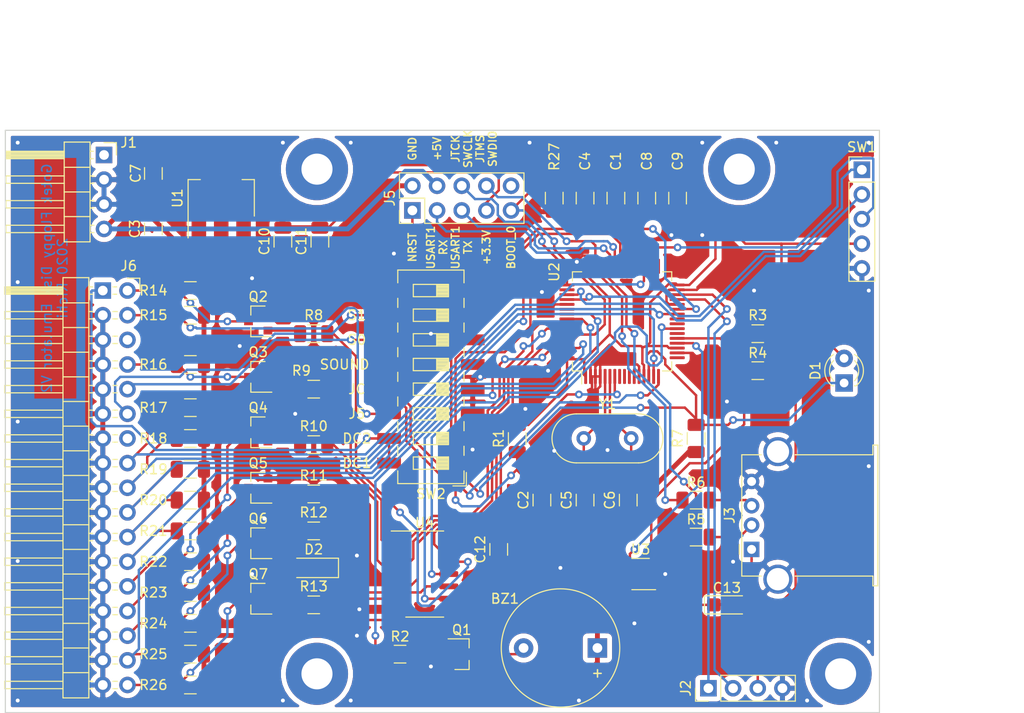
<source format=kicad_pcb>
(kicad_pcb (version 20171130) (host pcbnew "(5.1.5)-3")
  (title_block (title "Gotek Floppy Disk Emulator V2") (date 2020-10-28) (company Richi))
  (layers (0 F.Cu signal) (31 B.Cu signal) (34 B.Paste user) (35 F.Paste user) (36 B.SilkS user) (37 F.SilkS user) (38 B.Mask user) (39 F.Mask user) (44 Edge.Cuts user))
  (net 0 "")
  (net 1 "Net-(BZ1-Pad2)")
  (net 2 +5V)
  (net 3 GNDD)
  (net 4 +3V3)
  (net 5 NRST)
  (net 6 "Net-(C5-Pad1)")
  (net 7 "Net-(C6-Pad1)")
  (net 8 "Net-(C13-Pad1)")
  (net 9 "Net-(D1-Pad2)")
  (net 10 FPI5V_DSELn)
  (net 11 "Net-(D2-Pad2)")
  (net 12 "Net-(D2-Pad1)")
  (net 13 "Net-(J1-Pad1)")
  (net 14 "Net-(J2-Pad2)")
  (net 15 "Net-(J2-Pad1)")
  (net 16 "Net-(J3-Pad3)")
  (net 17 "Net-(J3-Pad2)")
  (net 18 "Net-(J5-Pad10)")
  (net 19 BOOT_0)
  (net 20 JTMS-SWDIO)
  (net 21 JTCK-SWCLK)
  (net 22 USART1_TX)
  (net 23 USART1_RX)
  (net 24 "Net-(J6-Pad34)")
  (net 25 FPI5V_SIDEn)
  (net 26 "Net-(J6-Pad30)")
  (net 27 "Net-(J6-Pad28)")
  (net 28 "Net-(J6-Pad26)")
  (net 29 FPI5V_WGATEn)
  (net 30 FPI5V_WDATAn)
  (net 31 FPI5V_STEPn)
  (net 32 FPI5V_DIRn)
  (net 33 MOTOR_SIGNAL)
  (net 34 "Net-(J6-Pad14)")
  (net 35 "Net-(J6-Pad12)")
  (net 36 "Net-(J6-Pad10)")
  (net 37 "Net-(J6-Pad8)")
  (net 38 "Net-(J6-Pad6)")
  (net 39 "Net-(J6-Pad4)")
  (net 40 "Net-(J6-Pad2)")
  (net 41 "Net-(J6-Pad1)")
  (net 42 "Net-(Q1-Pad1)")
  (net 43 "Net-(Q2-Pad1)")
  (net 44 "Net-(Q3-Pad1)")
  (net 45 "Net-(Q4-Pad1)")
  (net 46 "Net-(Q5-Pad1)")
  (net 47 "Net-(Q7-Pad1)")
  (net 48 SOUND)
  (net 49 "Net-(R4-Pad1)")
  (net 50 "Net-(R5-Pad1)")
  (net 51 "Net-(R6-Pad1)")
  (net 52 "Net-(R8-Pad1)")
  (net 53 "Net-(R9-Pad1)")
  (net 54 "Net-(R10-Pad1)")
  (net 55 "Net-(R11-Pad1)")
  (net 56 "Net-(R13-Pad1)")
  (net 57 "Net-(SW1-Pad1)")
  (net 58 "Net-(SW1-Pad2)")
  (net 59 "Net-(SW1-Pad3)")
  (net 60 "Net-(SW2-Pad8)")
  (net 61 JUMPER_JC)
  (net 62 JUMPER_JB)
  (net 63 "Net-(SW2-Pad9)")
  (net 64 "Net-(U2-Pad8)")
  (net 65 "Net-(U2-Pad9)")
  (net 66 "Net-(U2-Pad10)")
  (net 67 "Net-(U2-Pad11)")
  (net 68 "Net-(U2-Pad17)")
  (net 69 "Net-(U2-Pad20)")
  (net 70 "Net-(U2-Pad22)")
  (net 71 FPO3V_RDDATAn)
  (net 72 "Net-(U2-Pad24)")
  (net 73 "Net-(U2-Pad25)")
  (net 74 "Net-(U2-Pad33)")
  (net 75 "Net-(U2-Pad34)")
  (net 76 "Net-(U2-Pad35)")
  (net 77 "Net-(U2-Pad38)")
  (net 78 "Net-(U2-Pad39)")
  (net 79 "Net-(U2-Pad40)")
  (net 80 "Net-(U2-Pad50)")
  (net 81 "Net-(U2-Pad54)")
  (net 82 FPO3V_READYn)
  (net 83 FPO3V_WPTn)
  (net 84 FPO3V_TRK00n)
  (net 85 FPO3V_DSKCHGn)
  (net 86 FPO3V_INDEXn)
  (module Gotek_Floppy_Disk_Emulator_V2:LQFP-64_10x10mm_P0.5mm (layer F.Cu) (at 145.415 75.565 90)
    (fp_text reference U2 (at 5.08 -6.985 90) (layer F.SilkS))
    (fp_text value STM32F105RBTx)
    (pad 1 smd roundrect (at -5.675 -3.75 90) (size 1.55 0.3) (layers F.Cu F.Paste F.Mask) (net 4 +3V3))
    (pad 2 smd roundrect (at -5.675 -3.25 90) (size 1.55 0.3) (layers F.Cu F.Paste F.Mask) (net 3 GNDD))
    (pad 3 smd roundrect (at -5.675 -2.75 90) (size 1.55 0.3) (layers F.Cu F.Paste F.Mask) (net 3 GNDD))
    (pad 4 smd roundrect (at -5.675 -2.25 90) (size 1.55 0.3) (layers F.Cu F.Paste F.Mask) (net 3 GNDD))
    (pad 5 smd roundrect (at -5.675 -1.75 90) (size 1.55 0.3) (layers F.Cu F.Paste F.Mask) (net 6 "Net-(C5-Pad1)"))
    (pad 6 smd roundrect (at -5.675 -1.25 90) (size 1.55 0.3) (layers F.Cu F.Paste F.Mask) (net 7 "Net-(C6-Pad1)"))
    (pad 7 smd roundrect (at -5.675 -0.75 90) (size 1.55 0.3) (layers F.Cu F.Paste F.Mask) (net 5 NRST))
    (pad 8 smd roundrect (at -5.675 -0.25 90) (size 1.55 0.3) (layers F.Cu F.Paste F.Mask) (net 64 "Net-(U2-Pad8)"))
    (pad 9 smd roundrect (at -5.675 0.25 90) (size 1.55 0.3) (layers F.Cu F.Paste F.Mask) (net 65 "Net-(U2-Pad9)"))
    (pad 10 smd roundrect (at -5.675 0.75 90) (size 1.55 0.3) (layers F.Cu F.Paste F.Mask) (net 66 "Net-(U2-Pad10)"))
    (pad 11 smd roundrect (at -5.675 1.25 90) (size 1.55 0.3) (layers F.Cu F.Paste F.Mask) (net 67 "Net-(U2-Pad11)"))
    (pad 12 smd roundrect (at -5.675 1.75 90) (size 1.55 0.3) (layers F.Cu F.Paste F.Mask) (net 3 GNDD))
    (pad 13 smd roundrect (at -5.675 2.25 90) (size 1.55 0.3) (layers F.Cu F.Paste F.Mask) (net 4 +3V3))
    (pad 14 smd roundrect (at -5.675 2.75 90) (size 1.55 0.3) (layers F.Cu F.Paste F.Mask) (net 10 FPI5V_DSELn))
    (pad 15 smd roundrect (at -5.675 3.25 90) (size 1.55 0.3) (layers F.Cu F.Paste F.Mask) (net 31 FPI5V_STEPn))
    (pad 16 smd roundrect (at -5.675 3.75 90) (size 1.55 0.3) (layers F.Cu F.Paste F.Mask) (net 62 JUMPER_JB))
    (pad 17 smd roundrect (at -3.75 5.675 90) (size 0.3 1.55) (layers F.Cu F.Paste F.Mask) (net 68 "Net-(U2-Pad17)"))
    (pad 18 smd roundrect (at -3.25 5.675 90) (size 0.3 1.55) (layers F.Cu F.Paste F.Mask) (net 3 GNDD))
    (pad 19 smd roundrect (at -2.75 5.675 90) (size 0.3 1.55) (layers F.Cu F.Paste F.Mask) (net 4 +3V3))
    (pad 20 smd roundrect (at -2.25 5.675 90) (size 0.3 1.55) (layers F.Cu F.Paste F.Mask) (net 69 "Net-(U2-Pad20)"))
    (pad 21 smd roundrect (at -1.75 5.675 90) (size 0.3 1.55) (layers F.Cu F.Paste F.Mask) (net 49 "Net-(R4-Pad1)"))
    (pad 22 smd roundrect (at -1.25 5.675 90) (size 0.3 1.55) (layers F.Cu F.Paste F.Mask) (net 70 "Net-(U2-Pad22)"))
    (pad 23 smd roundrect (at -0.75 5.675 90) (size 0.3 1.55) (layers F.Cu F.Paste F.Mask) (net 71 FPO3V_RDDATAn))
    (pad 24 smd roundrect (at -0.25 5.675 90) (size 0.3 1.55) (layers F.Cu F.Paste F.Mask) (net 72 "Net-(U2-Pad24)"))
    (pad 25 smd roundrect (at 0.25 5.675 90) (size 0.3 1.55) (layers F.Cu F.Paste F.Mask) (net 73 "Net-(U2-Pad25)"))
    (pad 26 smd roundrect (at 0.75 5.675 90) (size 0.3 1.55) (layers F.Cu F.Paste F.Mask) (net 32 FPI5V_DIRn))
    (pad 27 smd roundrect (at 1.25 5.675 90) (size 0.3 1.55) (layers F.Cu F.Paste F.Mask) (net 61 JUMPER_JC))
    (pad 28 smd roundrect (at 1.75 5.675 90) (size 0.3 1.55) (layers F.Cu F.Paste F.Mask) (net 3 GNDD))
    (pad 29 smd roundrect (at 2.25 5.675 90) (size 0.3 1.55) (layers F.Cu F.Paste F.Mask) (net 14 "Net-(J2-Pad2)"))
    (pad 30 smd roundrect (at 2.75 5.675 90) (size 0.3 1.55) (layers F.Cu F.Paste F.Mask) (net 15 "Net-(J2-Pad1)"))
    (pad 31 smd roundrect (at 3.25 5.675 90) (size 0.3 1.55) (layers F.Cu F.Paste F.Mask) (net 3 GNDD))
    (pad 32 smd roundrect (at 3.75 5.675 90) (size 0.3 1.55) (layers F.Cu F.Paste F.Mask) (net 4 +3V3))
    (pad 33 smd roundrect (at 5.675 3.75 90) (size 1.55 0.3) (layers F.Cu F.Paste F.Mask) (net 74 "Net-(U2-Pad33)"))
    (pad 34 smd roundrect (at 5.675 3.25 90) (size 1.55 0.3) (layers F.Cu F.Paste F.Mask) (net 75 "Net-(U2-Pad34)"))
    (pad 35 smd roundrect (at 5.675 2.75 90) (size 1.55 0.3) (layers F.Cu F.Paste F.Mask) (net 76 "Net-(U2-Pad35)"))
    (pad 36 smd roundrect (at 5.675 2.25 90) (size 1.55 0.3) (layers F.Cu F.Paste F.Mask) (net 33 MOTOR_SIGNAL))
    (pad 37 smd roundrect (at 5.675 1.75 90) (size 1.55 0.3) (layers F.Cu F.Paste F.Mask) (net 59 "Net-(SW1-Pad3)"))
    (pad 38 smd roundrect (at 5.675 1.25 90) (size 1.55 0.3) (layers F.Cu F.Paste F.Mask) (net 77 "Net-(U2-Pad38)"))
    (pad 39 smd roundrect (at 5.675 0.75 90) (size 1.55 0.3) (layers F.Cu F.Paste F.Mask) (net 78 "Net-(U2-Pad39)"))
    (pad 40 smd roundrect (at 5.675 0.25 90) (size 1.55 0.3) (layers F.Cu F.Paste F.Mask) (net 79 "Net-(U2-Pad40)"))
    (pad 41 smd roundrect (at 5.675 -0.25 90) (size 1.55 0.3) (layers F.Cu F.Paste F.Mask) (net 30 FPI5V_WDATAn))
    (pad 42 smd roundrect (at 5.675 -0.75 90) (size 1.55 0.3) (layers F.Cu F.Paste F.Mask) (net 22 USART1_TX))
    (pad 43 smd roundrect (at 5.675 -1.25 90) (size 1.55 0.3) (layers F.Cu F.Paste F.Mask) (net 23 USART1_RX))
    (pad 44 smd roundrect (at 5.675 -1.75 90) (size 1.55 0.3) (layers F.Cu F.Paste F.Mask) (net 50 "Net-(R5-Pad1)"))
    (pad 45 smd roundrect (at 5.675 -2.25 90) (size 1.55 0.3) (layers F.Cu F.Paste F.Mask) (net 51 "Net-(R6-Pad1)"))
    (pad 46 smd roundrect (at 5.675 -2.75 90) (size 1.55 0.3) (layers F.Cu F.Paste F.Mask) (net 20 JTMS-SWDIO))
    (pad 47 smd roundrect (at 5.675 -3.25 90) (size 1.55 0.3) (layers F.Cu F.Paste F.Mask) (net 3 GNDD))
    (pad 48 smd roundrect (at 5.675 -3.75 90) (size 1.55 0.3) (layers F.Cu F.Paste F.Mask) (net 4 +3V3))
    (pad 49 smd roundrect (at 3.75 -5.675 90) (size 0.3 1.55) (layers F.Cu F.Paste F.Mask) (net 21 JTCK-SWCLK))
    (pad 50 smd roundrect (at 3.25 -5.675 90) (size 0.3 1.55) (layers F.Cu F.Paste F.Mask) (net 80 "Net-(U2-Pad50)"))
    (pad 51 smd roundrect (at 2.75 -5.675 90) (size 0.3 1.55) (layers F.Cu F.Paste F.Mask) (net 58 "Net-(SW1-Pad2)"))
    (pad 52 smd roundrect (at 2.25 -5.675 90) (size 0.3 1.55) (layers F.Cu F.Paste F.Mask) (net 57 "Net-(SW1-Pad1)"))
    (pad 53 smd roundrect (at 1.75 -5.675 90) (size 0.3 1.55) (layers F.Cu F.Paste F.Mask) (net 3 GNDD))
    (pad 54 smd roundrect (at 1.25 -5.675 90) (size 0.3 1.55) (layers F.Cu F.Paste F.Mask) (net 81 "Net-(U2-Pad54)"))
    (pad 55 smd roundrect (at 0.75 -5.675 90) (size 0.3 1.55) (layers F.Cu F.Paste F.Mask) (net 82 FPO3V_READYn))
    (pad 56 smd roundrect (at 0.25 -5.675 90) (size 0.3 1.55) (layers F.Cu F.Paste F.Mask) (net 25 FPI5V_SIDEn))
    (pad 57 smd roundrect (at -0.25 -5.675 90) (size 0.3 1.55) (layers F.Cu F.Paste F.Mask) (net 83 FPO3V_WPTn))
    (pad 58 smd roundrect (at -0.75 -5.675 90) (size 0.3 1.55) (layers F.Cu F.Paste F.Mask) (net 84 FPO3V_TRK00n))
    (pad 59 smd roundrect (at -1.25 -5.675 90) (size 0.3 1.55) (layers F.Cu F.Paste F.Mask) (net 85 FPO3V_DSKCHGn))
    (pad 60 smd roundrect (at -1.75 -5.675 90) (size 0.3 1.55) (layers F.Cu F.Paste F.Mask) (net 19 BOOT_0))
    (pad 61 smd roundrect (at -2.25 -5.675 90) (size 0.3 1.55) (layers F.Cu F.Paste F.Mask) (net 86 FPO3V_INDEXn))
    (pad 62 smd roundrect (at -2.75 -5.675 90) (size 0.3 1.55) (layers F.Cu F.Paste F.Mask) (net 29 FPI5V_WGATEn))
    (pad 63 smd roundrect (at -3.25 -5.675 90) (size 0.3 1.55) (layers F.Cu F.Paste F.Mask) (net 3 GNDD))
    (pad 64 smd roundrect (at -3.75 -5.675 90) (size 0.3 1.55) (layers F.Cu F.Paste F.Mask) (net 4 +3V3))
  )
  (module Gotek_Floppy_Disk_Emulator_V2:MountingHole_3.2mm_M3_Pad (layer F.Cu) (at 114 59.88)
    (fp_text reference REF** hide)
    (fp_text value MountingHole_3.2mm_M3_Pad)
    (pad 1 thru_hole circle (at 0 0) (size 6.4 6.4) (drill 3.2) (layers *.Cu *.Mask))
  )
  (module Gotek_Floppy_Disk_Emulator_V2:MountingHole_3.2mm_M3_Pad (layer F.Cu) (at 157.48 59.88)
    (fp_text reference REF** hide)
    (fp_text value MountingHole_3.2mm_M3_Pad)
    (pad 1 thru_hole circle (at 0 0) (size 6.4 6.4) (drill 3.2) (layers *.Cu *.Mask))
  )
  (module Gotek_Floppy_Disk_Emulator_V2:MountingHole_3.2mm_M3_Pad (layer F.Cu) (at 167.915 111.88)
    (fp_text reference REF** hide)
    (fp_text value MountingHole_3.2mm_M3_Pad)
    (pad 1 thru_hole circle (at 0 0) (size 6.4 6.4) (drill 3.2) (layers *.Cu *.Mask))
  )
  (module Gotek_Floppy_Disk_Emulator_V2:MountingHole_3.2mm_M3_Pad (layer F.Cu) (at 114 111.88)
    (fp_text reference REF** hide)
    (fp_text value MountingHole_3.2mm_M3_Pad)
    (pad 1 thru_hole circle (at 0 0) (size 6.4 6.4) (drill 3.2) (layers *.Cu *.Mask))
  )
  (module Gotek_Floppy_Disk_Emulator_V2:PinHeader_2x17_P2.54mm_Horizontal (layer F.Cu) (at 88.9 72.39)
    (fp_text reference J6 (at 5.715 -2.54 180) (layer F.SilkS))
    (fp_text value "Floppy Data Connector")
    (pad 33 thru_hole oval (at 3.048 40.64) (size 1.7 1.7) (drill 1) (layers *.Cu *.Mask) (net 3 GNDD))
    (pad 34 thru_hole oval (at 5.588 40.64) (size 1.7 1.7) (drill 1) (layers *.Cu *.Mask) (net 24 "Net-(J6-Pad34)"))
    (pad 31 thru_hole oval (at 3.048 38.1) (size 1.7 1.7) (drill 1) (layers *.Cu *.Mask) (net 3 GNDD))
    (pad 32 thru_hole oval (at 5.588 38.1) (size 1.7 1.7) (drill 1) (layers *.Cu *.Mask) (net 25 FPI5V_SIDEn))
    (pad 29 thru_hole oval (at 3.048 35.56) (size 1.7 1.7) (drill 1) (layers *.Cu *.Mask) (net 3 GNDD))
    (pad 30 thru_hole oval (at 5.588 35.56) (size 1.7 1.7) (drill 1) (layers *.Cu *.Mask) (net 26 "Net-(J6-Pad30)"))
    (pad 27 thru_hole oval (at 3.048 33.02) (size 1.7 1.7) (drill 1) (layers *.Cu *.Mask) (net 3 GNDD))
    (pad 28 thru_hole oval (at 5.588 33.02) (size 1.7 1.7) (drill 1) (layers *.Cu *.Mask) (net 27 "Net-(J6-Pad28)"))
    (pad 25 thru_hole oval (at 3.048 30.48) (size 1.7 1.7) (drill 1) (layers *.Cu *.Mask) (net 3 GNDD))
    (pad 26 thru_hole oval (at 5.588 30.48) (size 1.7 1.7) (drill 1) (layers *.Cu *.Mask) (net 28 "Net-(J6-Pad26)"))
    (pad 23 thru_hole oval (at 3.048 27.94) (size 1.7 1.7) (drill 1) (layers *.Cu *.Mask) (net 3 GNDD))
    (pad 24 thru_hole oval (at 5.588 27.94) (size 1.7 1.7) (drill 1) (layers *.Cu *.Mask) (net 29 FPI5V_WGATEn))
    (pad 21 thru_hole oval (at 3.048 25.4) (size 1.7 1.7) (drill 1) (layers *.Cu *.Mask) (net 3 GNDD))
    (pad 22 thru_hole oval (at 5.588 25.4) (size 1.7 1.7) (drill 1) (layers *.Cu *.Mask) (net 30 FPI5V_WDATAn))
    (pad 19 thru_hole oval (at 3.048 22.86) (size 1.7 1.7) (drill 1) (layers *.Cu *.Mask) (net 3 GNDD))
    (pad 20 thru_hole oval (at 5.588 22.86) (size 1.7 1.7) (drill 1) (layers *.Cu *.Mask) (net 31 FPI5V_STEPn))
    (pad 17 thru_hole oval (at 3.048 20.32) (size 1.7 1.7) (drill 1) (layers *.Cu *.Mask) (net 3 GNDD))
    (pad 18 thru_hole oval (at 5.588 20.32) (size 1.7 1.7) (drill 1) (layers *.Cu *.Mask) (net 32 FPI5V_DIRn))
    (pad 15 thru_hole oval (at 3.048 17.78) (size 1.7 1.7) (drill 1) (layers *.Cu *.Mask) (net 3 GNDD))
    (pad 16 thru_hole oval (at 5.588 17.78) (size 1.7 1.7) (drill 1) (layers *.Cu *.Mask) (net 33 MOTOR_SIGNAL))
    (pad 13 thru_hole oval (at 3.048 15.24) (size 1.7 1.7) (drill 1) (layers *.Cu *.Mask) (net 3 GNDD))
    (pad 14 thru_hole oval (at 5.588 15.24) (size 1.7 1.7) (drill 1) (layers *.Cu *.Mask) (net 34 "Net-(J6-Pad14)"))
    (pad 11 thru_hole oval (at 3.048 12.7) (size 1.7 1.7) (drill 1) (layers *.Cu *.Mask) (net 3 GNDD))
    (pad 12 thru_hole oval (at 5.588 12.7) (size 1.7 1.7) (drill 1) (layers *.Cu *.Mask) (net 35 "Net-(J6-Pad12)"))
    (pad 9 thru_hole oval (at 3.048 10.16) (size 1.7 1.7) (drill 1) (layers *.Cu *.Mask) (net 3 GNDD))
    (pad 10 thru_hole oval (at 5.588 10.16) (size 1.7 1.7) (drill 1) (layers *.Cu *.Mask) (net 36 "Net-(J6-Pad10)"))
    (pad 7 thru_hole oval (at 3.048 7.62) (size 1.7 1.7) (drill 1) (layers *.Cu *.Mask) (net 3 GNDD))
    (pad 8 thru_hole oval (at 5.588 7.62) (size 1.7 1.7) (drill 1) (layers *.Cu *.Mask) (net 37 "Net-(J6-Pad8)"))
    (pad 5 thru_hole oval (at 3.048 5.08) (size 1.7 1.7) (drill 1) (layers *.Cu *.Mask) (net 3 GNDD))
    (pad 6 thru_hole oval (at 5.588 5.08) (size 1.7 1.7) (drill 1) (layers *.Cu *.Mask) (net 38 "Net-(J6-Pad6)"))
    (pad 3 thru_hole oval (at 3.048 2.54) (size 1.7 1.7) (drill 1) (layers *.Cu *.Mask) (net 3 GNDD))
    (pad 4 thru_hole oval (at 5.588 2.54) (size 1.7 1.7) (drill 1) (layers *.Cu *.Mask) (net 39 "Net-(J6-Pad4)"))
    (pad 1 thru_hole rect (at 3.048 0) (size 1.7 1.7) (drill 1) (layers *.Cu *.Mask) (net 41 "Net-(J6-Pad1)"))
    (pad 2 thru_hole circle (at 5.588 0) (size 1.7 1.7) (drill 1) (layers *.Cu *.Mask) (net 40 "Net-(J6-Pad2)"))
  )
  (module Gotek_Floppy_Disk_Emulator_V2:PinHeader_1x04_P2.54mm_Horizontal (layer F.Cu) (at 92.075 58.42)
    (fp_text reference J1 (at 2.54 -1.27 180) (layer F.SilkS))
    (fp_text value "Power Connector")
    (pad 4 thru_hole oval (at 0 7.62) (size 1.7 1.7) (drill 1) (layers *.Cu *.Mask) (net 2 +5V))
    (pad 3 thru_hole oval (at 0 5.08) (size 1.7 1.7) (drill 1) (layers *.Cu *.Mask) (net 3 GNDD))
    (pad 2 thru_hole oval (at 0 2.54) (size 1.7 1.7) (drill 1) (layers *.Cu *.Mask) (net 3 GNDD))
    (pad 1 thru_hole rect (at 0 0) (size 1.7 1.7) (drill 1) (layers *.Cu *.Mask) (net 13 "Net-(J1-Pad1)"))
  )
  (module Gotek_Floppy_Disk_Emulator_V2:OLED_Display_0.91_Module (layer F.Cu) (at 154.305 113.365 90)
    (fp_text reference J2 (at 0 -2.33 90) (layer F.SilkS))
    (fp_text value "OLED Display 0.91\" Module")
    (pad 1 thru_hole rect (at 0 0 90) (size 1.7 1.7) (drill 1) (layers *.Cu *.Mask) (net 15 "Net-(J2-Pad1)"))
    (pad 2 thru_hole oval (at 0 2.54 90) (size 1.7 1.7) (drill 1) (layers *.Cu *.Mask) (net 14 "Net-(J2-Pad2)"))
    (pad 3 thru_hole oval (at 0 5.08 90) (size 1.7 1.7) (drill 1) (layers *.Cu *.Mask) (net 4 +3V3))
    (pad 4 thru_hole oval (at 0 7.62 90) (size 1.7 1.7) (drill 1) (layers *.Cu *.Mask) (net 3 GNDD))
  )
  (module Gotek_Floppy_Disk_Emulator_V2:Buzzer_12x9.5RM7.6 (layer F.Cu) (at 142.875 109.22 180)
    (fp_text reference BZ1 (at 9.525 5.08) (layer F.SilkS))
    (fp_text value "5V Active Buzzer 12mm")
    (fp_text user + (at -0.01 -2.54) (layer F.SilkS))
    (pad 2 thru_hole circle (at 7.6 0 180) (size 2 2) (drill 1) (layers *.Cu *.Mask) (net 1 "Net-(BZ1-Pad2)"))
    (pad 1 thru_hole rect (at 0 0 180) (size 2 2) (drill 1) (layers *.Cu *.Mask) (net 2 +5V))
  )
  (module Gotek_Floppy_Disk_Emulator_V2:C_1206_3216Metric (layer F.Cu) (at 144.78 62.865 270)
    (fp_text reference C1 (at -3.81 0 90) (layer F.SilkS))
    (fp_text value 100nF)
    (pad 2 smd roundrect (at 1.4 0 270) (size 1.25 1.75) (layers F.Cu F.Paste F.Mask) (roundrect_rratio 0.2) (net 3 GNDD))
    (pad 1 smd roundrect (at -1.4 0 270) (size 1.25 1.75) (layers F.Cu F.Paste F.Mask) (roundrect_rratio 0.2) (net 4 +3V3))
  )
  (module Gotek_Floppy_Disk_Emulator_V2:C_1206_3216Metric (layer F.Cu) (at 137.16 93.98 270)
    (fp_text reference C2 (at 0 1.905 90) (layer F.SilkS))
    (fp_text value 100nF)
    (pad 1 smd roundrect (at -1.4 0 270) (size 1.25 1.75) (layers F.Cu F.Paste F.Mask) (roundrect_rratio 0.2) (net 5 NRST))
    (pad 2 smd roundrect (at 1.4 0 270) (size 1.25 1.75) (layers F.Cu F.Paste F.Mask) (roundrect_rratio 0.2) (net 3 GNDD))
  )
  (module Gotek_Floppy_Disk_Emulator_V2:C_1206_3216Metric (layer F.Cu) (at 97.155 66.04 270)
    (fp_text reference C3 (at 0 1.905 90) (layer F.SilkS))
    (fp_text value 10uF)
    (pad 1 smd roundrect (at -1.4 0 270) (size 1.25 1.75) (layers F.Cu F.Paste F.Mask) (roundrect_rratio 0.2) (net 2 +5V))
    (pad 2 smd roundrect (at 1.4 0 270) (size 1.25 1.75) (layers F.Cu F.Paste F.Mask) (roundrect_rratio 0.2) (net 3 GNDD))
  )
  (module Gotek_Floppy_Disk_Emulator_V2:C_1206_3216Metric (layer F.Cu) (at 141.605 62.865 270)
    (fp_text reference C4 (at -3.81 0 90) (layer F.SilkS))
    (fp_text value 100nF)
    (pad 1 smd roundrect (at -1.4 0 270) (size 1.25 1.75) (layers F.Cu F.Paste F.Mask) (roundrect_rratio 0.2) (net 4 +3V3))
    (pad 2 smd roundrect (at 1.4 0 270) (size 1.25 1.75) (layers F.Cu F.Paste F.Mask) (roundrect_rratio 0.2) (net 3 GNDD))
  )
  (module Gotek_Floppy_Disk_Emulator_V2:C_1206_3216Metric (layer F.Cu) (at 141.605 93.98 270)
    (fp_text reference C5 (at 0 1.905 90) (layer F.SilkS))
    (fp_text value 22pF)
    (pad 2 smd roundrect (at 1.4 0 270) (size 1.25 1.75) (layers F.Cu F.Paste F.Mask) (roundrect_rratio 0.2) (net 3 GNDD))
    (pad 1 smd roundrect (at -1.4 0 270) (size 1.25 1.75) (layers F.Cu F.Paste F.Mask) (roundrect_rratio 0.2) (net 6 "Net-(C5-Pad1)"))
  )
  (module Gotek_Floppy_Disk_Emulator_V2:C_1206_3216Metric (layer F.Cu) (at 146.05 93.98 270)
    (fp_text reference C6 (at 0 1.905 90) (layer F.SilkS))
    (fp_text value 22pF)
    (pad 1 smd roundrect (at -1.4 0 270) (size 1.25 1.75) (layers F.Cu F.Paste F.Mask) (roundrect_rratio 0.2) (net 7 "Net-(C6-Pad1)"))
    (pad 2 smd roundrect (at 1.4 0 270) (size 1.25 1.75) (layers F.Cu F.Paste F.Mask) (roundrect_rratio 0.2) (net 3 GNDD))
  )
  (module Gotek_Floppy_Disk_Emulator_V2:C_1206_3216Metric (layer F.Cu) (at 97.155 60.325 90)
    (fp_text reference C7 (at 0 -1.82 90) (layer F.SilkS))
    (fp_text value 100nF)
    (pad 2 smd roundrect (at 1.4 0 90) (size 1.25 1.75) (layers F.Cu F.Paste F.Mask) (roundrect_rratio 0.2) (net 3 GNDD))
    (pad 1 smd roundrect (at -1.4 0 90) (size 1.25 1.75) (layers F.Cu F.Paste F.Mask) (roundrect_rratio 0.2) (net 2 +5V))
  )
  (module Gotek_Floppy_Disk_Emulator_V2:C_1206_3216Metric (layer F.Cu) (at 147.955 62.865 270)
    (fp_text reference C8 (at -3.81 0 90) (layer F.SilkS))
    (fp_text value 100nF)
    (pad 2 smd roundrect (at 1.4 0 270) (size 1.25 1.75) (layers F.Cu F.Paste F.Mask) (roundrect_rratio 0.2) (net 3 GNDD))
    (pad 1 smd roundrect (at -1.4 0 270) (size 1.25 1.75) (layers F.Cu F.Paste F.Mask) (roundrect_rratio 0.2) (net 4 +3V3))
  )
  (module Gotek_Floppy_Disk_Emulator_V2:C_1206_3216Metric (layer F.Cu) (at 151.13 62.865 270)
    (fp_text reference C9 (at -3.81 0 90) (layer F.SilkS))
    (fp_text value 100nF)
    (pad 1 smd roundrect (at -1.4 0 270) (size 1.25 1.75) (layers F.Cu F.Paste F.Mask) (roundrect_rratio 0.2) (net 4 +3V3))
    (pad 2 smd roundrect (at 1.4 0 270) (size 1.25 1.75) (layers F.Cu F.Paste F.Mask) (roundrect_rratio 0.2) (net 3 GNDD))
  )
  (module Gotek_Floppy_Disk_Emulator_V2:C_1206_3216Metric (layer F.Cu) (at 110.49 67.31 270)
    (fp_text reference C10 (at 0 1.905 90) (layer F.SilkS))
    (fp_text value 100nF)
    (pad 1 smd roundrect (at -1.4 0 270) (size 1.25 1.75) (layers F.Cu F.Paste F.Mask) (roundrect_rratio 0.2) (net 4 +3V3))
    (pad 2 smd roundrect (at 1.4 0 270) (size 1.25 1.75) (layers F.Cu F.Paste F.Mask) (roundrect_rratio 0.2) (net 3 GNDD))
  )
  (module Gotek_Floppy_Disk_Emulator_V2:C_1206_3216Metric (layer F.Cu) (at 114.3 67.31 270)
    (fp_text reference C11 (at 0 1.905 90) (layer F.SilkS))
    (fp_text value 10uF)
    (pad 1 smd roundrect (at -1.4 0 270) (size 1.25 1.75) (layers F.Cu F.Paste F.Mask) (roundrect_rratio 0.2) (net 4 +3V3))
    (pad 2 smd roundrect (at 1.4 0 270) (size 1.25 1.75) (layers F.Cu F.Paste F.Mask) (roundrect_rratio 0.2) (net 3 GNDD))
  )
  (module Gotek_Floppy_Disk_Emulator_V2:C_1206_3216Metric (layer F.Cu) (at 132.715 99.06 270)
    (fp_text reference C12 (at 0 1.905 90) (layer F.SilkS))
    (fp_text value 100nF)
    (pad 2 smd roundrect (at 1.4 0 270) (size 1.25 1.75) (layers F.Cu F.Paste F.Mask) (roundrect_rratio 0.2) (net 3 GNDD))
    (pad 1 smd roundrect (at -1.4 0 270) (size 1.25 1.75) (layers F.Cu F.Paste F.Mask) (roundrect_rratio 0.2) (net 2 +5V))
  )
  (module Gotek_Floppy_Disk_Emulator_V2:CP_EIA-3216-18_Kemet-A (layer F.Cu) (at 156.21 104.775)
    (fp_text reference C13 (at 0 -1.75) (layer F.SilkS))
    (fp_text value 4.7uF/16V)
    (pad 2 smd roundrect (at 1.35 0) (size 1.4 1.35) (layers F.Cu F.Paste F.Mask) (roundrect_rratio 0.185185) (net 3 GNDD))
    (pad 1 smd roundrect (at -1.35 0) (size 1.4 1.35) (layers F.Cu F.Paste F.Mask) (roundrect_rratio 0.185185) (net 8 "Net-(C13-Pad1)"))
  )
  (module Gotek_Floppy_Disk_Emulator_V2:D_MiniMELF (layer F.Cu) (at 113.665 100.965 180)
    (fp_text reference D2 (at 0 1.905) (layer F.SilkS))
    (fp_text value 1N4148)
    (pad 2 smd rect (at 1.75 0 180) (size 1.3 1.7) (layers F.Cu F.Paste F.Mask) (net 11 "Net-(D2-Pad2)"))
    (pad 1 smd rect (at -1.75 0 180) (size 1.3 1.7) (layers F.Cu F.Paste F.Mask) (net 12 "Net-(D2-Pad1)"))
  )
  (module Gotek_Floppy_Disk_Emulator_V2:USB_A_Stewart_SS-52100-001_Horizontal (layer F.Cu) (at 158.75 99.06 90)
    (fp_text reference J3 (at 3.5 -2.26 90) (layer F.SilkS))
    (fp_text value USB_A)
    (pad 4 thru_hole circle (at 7 0 90) (size 1.6 1.6) (drill 0.92) (layers *.Cu *.Mask) (net 3 GNDD))
    (pad 3 thru_hole circle (at 4.5 0 90) (size 1.6 1.6) (drill 0.92) (layers *.Cu *.Mask) (net 16 "Net-(J3-Pad3)"))
    (pad 2 thru_hole circle (at 2.5 0 90) (size 1.6 1.6) (drill 0.92) (layers *.Cu *.Mask) (net 17 "Net-(J3-Pad2)"))
    (pad 1 thru_hole rect (at 0 0 90) (size 1.6 1.6) (drill 0.92) (layers *.Cu *.Mask) (net 8 "Net-(C13-Pad1)"))
    (pad 5 thru_hole circle (at -3.07 2.71 90) (size 3 3) (drill 2.3) (layers *.Cu *.Mask) (net 3 GNDD))
    (pad 5 thru_hole circle (at 10.07 2.71 90) (size 3 3) (drill 2.3) (layers *.Cu *.Mask) (net 3 GNDD))
  )
  (module Gotek_Floppy_Disk_Emulator_V2:PinHeader_2x05_P2.54mm_Vertical (layer F.Cu) (at 123.825 64.135 90)
    (fp_text reference J5 (at 1.27 -2.33 90) (layer F.SilkS))
    (fp_text value "Programming Connector")
    (pad 10 thru_hole oval (at 2.54 10.16 90) (size 1.7 1.7) (drill 1) (layers *.Cu *.Mask) (net 18 "Net-(J5-Pad10)"))
    (pad 9 thru_hole oval (at 0 10.16 90) (size 1.7 1.7) (drill 1) (layers *.Cu *.Mask) (net 19 BOOT_0))
    (pad 8 thru_hole oval (at 2.54 7.62 90) (size 1.7 1.7) (drill 1) (layers *.Cu *.Mask) (net 20 JTMS-SWDIO))
    (pad 7 thru_hole oval (at 0 7.62 90) (size 1.7 1.7) (drill 1) (layers *.Cu *.Mask) (net 4 +3V3))
    (pad 6 thru_hole oval (at 2.54 5.08 90) (size 1.7 1.7) (drill 1) (layers *.Cu *.Mask) (net 21 JTCK-SWCLK))
    (pad 5 thru_hole oval (at 0 5.08 90) (size 1.7 1.7) (drill 1) (layers *.Cu *.Mask) (net 22 USART1_TX))
    (pad 4 thru_hole oval (at 2.54 2.54 90) (size 1.7 1.7) (drill 1) (layers *.Cu *.Mask) (net 2 +5V))
    (pad 3 thru_hole oval (at 0 2.54 90) (size 1.7 1.7) (drill 1) (layers *.Cu *.Mask) (net 23 USART1_RX))
    (pad 2 thru_hole oval (at 2.54 0 90) (size 1.7 1.7) (drill 1) (layers *.Cu *.Mask) (net 3 GNDD))
    (pad 1 thru_hole rect (at 0 0 90) (size 1.7 1.7) (drill 1) (layers *.Cu *.Mask) (net 5 NRST))
  )
  (module Gotek_Floppy_Disk_Emulator_V2:SOT-23 (layer F.Cu) (at 128.905 109.855)
    (fp_text reference Q1 (at 0 -2.5) (layer F.SilkS))
    (fp_text value MMBT2222)
    (pad 3 smd rect (at 1 0) (size 0.9 0.8) (layers F.Cu F.Paste F.Mask) (net 1 "Net-(BZ1-Pad2)"))
    (pad 2 smd rect (at -1 0.95) (size 0.9 0.8) (layers F.Cu F.Paste F.Mask) (net 3 GNDD))
    (pad 1 smd rect (at -1 -0.95) (size 0.9 0.8) (layers F.Cu F.Paste F.Mask) (net 42 "Net-(Q1-Pad1)"))
  )
  (module Gotek_Floppy_Disk_Emulator_V2:SOT-23 (layer F.Cu) (at 107.95 75.565 180)
    (fp_text reference Q2 (at 0 2.54) (layer F.SilkS))
    (fp_text value BSS123)
    (pad 3 smd rect (at 1 0 180) (size 0.9 0.8) (layers F.Cu F.Paste F.Mask) (net 40 "Net-(J6-Pad2)"))
    (pad 2 smd rect (at -1 0.95 180) (size 0.9 0.8) (layers F.Cu F.Paste F.Mask) (net 3 GNDD))
    (pad 1 smd rect (at -1 -0.95 180) (size 0.9 0.8) (layers F.Cu F.Paste F.Mask) (net 43 "Net-(Q2-Pad1)"))
  )
  (module Gotek_Floppy_Disk_Emulator_V2:SOT-23 (layer F.Cu) (at 107.95 81.28 180)
    (fp_text reference Q3 (at 0 2.54) (layer F.SilkS))
    (fp_text value BSS123)
    (pad 1 smd rect (at -1 -0.95 180) (size 0.9 0.8) (layers F.Cu F.Paste F.Mask) (net 44 "Net-(Q3-Pad1)"))
    (pad 2 smd rect (at -1 0.95 180) (size 0.9 0.8) (layers F.Cu F.Paste F.Mask) (net 3 GNDD))
    (pad 3 smd rect (at 1 0 180) (size 0.9 0.8) (layers F.Cu F.Paste F.Mask) (net 37 "Net-(J6-Pad8)"))
  )
  (module Gotek_Floppy_Disk_Emulator_V2:SOT-23 (layer F.Cu) (at 107.95 86.995 180)
    (fp_text reference Q4 (at 0 2.54) (layer F.SilkS))
    (fp_text value BSS123)
    (pad 3 smd rect (at 1 0 180) (size 0.9 0.8) (layers F.Cu F.Paste F.Mask) (net 28 "Net-(J6-Pad26)"))
    (pad 2 smd rect (at -1 0.95 180) (size 0.9 0.8) (layers F.Cu F.Paste F.Mask) (net 3 GNDD))
    (pad 1 smd rect (at -1 -0.95 180) (size 0.9 0.8) (layers F.Cu F.Paste F.Mask) (net 45 "Net-(Q4-Pad1)"))
  )
  (module Gotek_Floppy_Disk_Emulator_V2:SOT-23 (layer F.Cu) (at 107.95 92.71 180)
    (fp_text reference Q5 (at 0 2.54) (layer F.SilkS))
    (fp_text value BSS123)
    (pad 1 smd rect (at -1 -0.95 180) (size 0.9 0.8) (layers F.Cu F.Paste F.Mask) (net 46 "Net-(Q5-Pad1)"))
    (pad 2 smd rect (at -1 0.95 180) (size 0.9 0.8) (layers F.Cu F.Paste F.Mask) (net 3 GNDD))
    (pad 3 smd rect (at 1 0 180) (size 0.9 0.8) (layers F.Cu F.Paste F.Mask) (net 27 "Net-(J6-Pad28)"))
  )
  (module Gotek_Floppy_Disk_Emulator_V2:SOT-23 (layer F.Cu) (at 107.95 98.425 180)
    (fp_text reference Q6 (at 0 2.54) (layer F.SilkS))
    (fp_text value BSS123)
    (pad 3 smd rect (at 1 0 180) (size 0.9 0.8) (layers F.Cu F.Paste F.Mask) (net 26 "Net-(J6-Pad30)"))
    (pad 2 smd rect (at -1 0.95 180) (size 0.9 0.8) (layers F.Cu F.Paste F.Mask) (net 3 GNDD))
    (pad 1 smd rect (at -1 -0.95 180) (size 0.9 0.8) (layers F.Cu F.Paste F.Mask) (net 11 "Net-(D2-Pad2)"))
  )
  (module Gotek_Floppy_Disk_Emulator_V2:SOT-23 (layer F.Cu) (at 107.95 104.14 180)
    (fp_text reference Q7 (at 0 2.54) (layer F.SilkS))
    (fp_text value BSS123)
    (pad 1 smd rect (at -1 -0.95 180) (size 0.9 0.8) (layers F.Cu F.Paste F.Mask) (net 47 "Net-(Q7-Pad1)"))
    (pad 2 smd rect (at -1 0.95 180) (size 0.9 0.8) (layers F.Cu F.Paste F.Mask) (net 3 GNDD))
    (pad 3 smd rect (at 1 0 180) (size 0.9 0.8) (layers F.Cu F.Paste F.Mask) (net 24 "Net-(J6-Pad34)"))
  )
  (module Gotek_Floppy_Disk_Emulator_V2:R_1206_3216Metric (layer F.Cu) (at 134.62 87.63 270)
    (fp_text reference R1 (at 0 1.905 90) (layer F.SilkS))
    (fp_text value 4K7)
    (pad 1 smd roundrect (at -1.4 0 270) (size 1.25 1.75) (layers F.Cu F.Paste F.Mask) (roundrect_rratio 0.2) (net 4 +3V3))
    (pad 2 smd roundrect (at 1.4 0 270) (size 1.25 1.75) (layers F.Cu F.Paste F.Mask) (roundrect_rratio 0.2) (net 5 NRST))
  )
  (module Gotek_Floppy_Disk_Emulator_V2:R_1206_3216Metric (layer F.Cu) (at 122.555 109.855)
    (fp_text reference R2 (at 0 -1.82) (layer F.SilkS))
    (fp_text value 1K)
    (pad 1 smd roundrect (at -1.4 0) (size 1.25 1.75) (layers F.Cu F.Paste F.Mask) (roundrect_rratio 0.2) (net 48 SOUND))
    (pad 2 smd roundrect (at 1.4 0) (size 1.25 1.75) (layers F.Cu F.Paste F.Mask) (roundrect_rratio 0.2) (net 42 "Net-(Q1-Pad1)"))
  )
  (module Gotek_Floppy_Disk_Emulator_V2:R_1206_3216Metric (layer F.Cu) (at 159.385 76.835 180)
    (fp_text reference R3 (at 0 1.905) (layer F.SilkS))
    (fp_text value 1K)
    (pad 2 smd roundrect (at 1.4 0 180) (size 1.25 1.75) (layers F.Cu F.Paste F.Mask) (roundrect_rratio 0.2) (net 4 +3V3))
    (pad 1 smd roundrect (at -1.4 0 180) (size 1.25 1.75) (layers F.Cu F.Paste F.Mask) (roundrect_rratio 0.2) (net 9 "Net-(D1-Pad2)"))
  )
  (module Gotek_Floppy_Disk_Emulator_V2:R_1206_3216Metric (layer F.Cu) (at 159.385 80.645)
    (fp_text reference R4 (at 0 -1.82) (layer F.SilkS))
    (fp_text value 10K)
    (pad 2 smd roundrect (at 1.4 0) (size 1.25 1.75) (layers F.Cu F.Paste F.Mask) (roundrect_rratio 0.2) (net 4 +3V3))
    (pad 1 smd roundrect (at -1.4 0) (size 1.25 1.75) (layers F.Cu F.Paste F.Mask) (roundrect_rratio 0.2) (net 49 "Net-(R4-Pad1)"))
  )
  (module Gotek_Floppy_Disk_Emulator_V2:R_1206_3216Metric (layer F.Cu) (at 153.035 97.79)
    (fp_text reference R5 (at 0 -1.82) (layer F.SilkS))
    (fp_text value 22R)
    (pad 1 smd roundrect (at -1.4 0) (size 1.25 1.75) (layers F.Cu F.Paste F.Mask) (roundrect_rratio 0.2) (net 50 "Net-(R5-Pad1)"))
    (pad 2 smd roundrect (at 1.4 0) (size 1.25 1.75) (layers F.Cu F.Paste F.Mask) (roundrect_rratio 0.2) (net 17 "Net-(J3-Pad2)"))
  )
  (module Gotek_Floppy_Disk_Emulator_V2:R_1206_3216Metric (layer F.Cu) (at 153.035 93.98)
    (fp_text reference R6 (at 0 -1.82) (layer F.SilkS))
    (fp_text value 22R)
    (pad 2 smd roundrect (at 1.4 0) (size 1.25 1.75) (layers F.Cu F.Paste F.Mask) (roundrect_rratio 0.2) (net 16 "Net-(J3-Pad3)"))
    (pad 1 smd roundrect (at -1.4 0) (size 1.25 1.75) (layers F.Cu F.Paste F.Mask) (roundrect_rratio 0.2) (net 51 "Net-(R6-Pad1)"))
  )
  (module Gotek_Floppy_Disk_Emulator_V2:R_1206_3216Metric (layer F.Cu) (at 153.035 87.63 270)
    (fp_text reference R7 (at 0 1.905 90) (layer F.SilkS))
    (fp_text value 1K)
    (pad 1 smd roundrect (at -1.4 0 270) (size 1.25 1.75) (layers F.Cu F.Paste F.Mask) (roundrect_rratio 0.2) (net 10 FPI5V_DSELn))
    (pad 2 smd roundrect (at 1.4 0 270) (size 1.25 1.75) (layers F.Cu F.Paste F.Mask) (roundrect_rratio 0.2) (net 2 +5V))
  )
  (module Gotek_Floppy_Disk_Emulator_V2:R_1206_3216Metric (layer F.Cu) (at 113.665 76.835 180)
    (fp_text reference R8 (at 0 1.905) (layer F.SilkS))
    (fp_text value 1K)
    (pad 1 smd roundrect (at -1.4 0 180) (size 1.25 1.75) (layers F.Cu F.Paste F.Mask) (roundrect_rratio 0.2) (net 52 "Net-(R8-Pad1)"))
    (pad 2 smd roundrect (at 1.4 0 180) (size 1.25 1.75) (layers F.Cu F.Paste F.Mask) (roundrect_rratio 0.2) (net 43 "Net-(Q2-Pad1)"))
  )
  (module Gotek_Floppy_Disk_Emulator_V2:R_1206_3216Metric (layer F.Cu) (at 113.665 82.55 180)
    (fp_text reference R9 (at 1.27 1.905) (layer F.SilkS))
    (fp_text value 1K)
    (pad 2 smd roundrect (at 1.4 0 180) (size 1.25 1.75) (layers F.Cu F.Paste F.Mask) (roundrect_rratio 0.2) (net 44 "Net-(Q3-Pad1)"))
    (pad 1 smd roundrect (at -1.4 0 180) (size 1.25 1.75) (layers F.Cu F.Paste F.Mask) (roundrect_rratio 0.2) (net 53 "Net-(R9-Pad1)"))
  )
  (module Gotek_Floppy_Disk_Emulator_V2:R_1206_3216Metric (layer F.Cu) (at 113.665 88.265 180)
    (fp_text reference R10 (at 0 1.905) (layer F.SilkS))
    (fp_text value 1K)
    (pad 1 smd roundrect (at -1.4 0 180) (size 1.25 1.75) (layers F.Cu F.Paste F.Mask) (roundrect_rratio 0.2) (net 54 "Net-(R10-Pad1)"))
    (pad 2 smd roundrect (at 1.4 0 180) (size 1.25 1.75) (layers F.Cu F.Paste F.Mask) (roundrect_rratio 0.2) (net 45 "Net-(Q4-Pad1)"))
  )
  (module Gotek_Floppy_Disk_Emulator_V2:R_1206_3216Metric (layer F.Cu) (at 113.665 93.345 180)
    (fp_text reference R11 (at 0 1.905) (layer F.SilkS))
    (fp_text value 1K)
    (pad 2 smd roundrect (at 1.4 0 180) (size 1.25 1.75) (layers F.Cu F.Paste F.Mask) (roundrect_rratio 0.2) (net 46 "Net-(Q5-Pad1)"))
    (pad 1 smd roundrect (at -1.4 0 180) (size 1.25 1.75) (layers F.Cu F.Paste F.Mask) (roundrect_rratio 0.2) (net 55 "Net-(R11-Pad1)"))
  )
  (module Gotek_Floppy_Disk_Emulator_V2:R_1206_3216Metric (layer F.Cu) (at 113.665 97.155 180)
    (fp_text reference R12 (at 0 1.905) (layer F.SilkS))
    (fp_text value 1K)
    (pad 1 smd roundrect (at -1.4 0 180) (size 1.25 1.75) (layers F.Cu F.Paste F.Mask) (roundrect_rratio 0.2) (net 12 "Net-(D2-Pad1)"))
    (pad 2 smd roundrect (at 1.4 0 180) (size 1.25 1.75) (layers F.Cu F.Paste F.Mask) (roundrect_rratio 0.2) (net 11 "Net-(D2-Pad2)"))
  )
  (module Gotek_Floppy_Disk_Emulator_V2:R_1206_3216Metric (layer F.Cu) (at 113.665 104.775 180)
    (fp_text reference R13 (at 0 1.905) (layer F.SilkS))
    (fp_text value 1K)
    (pad 2 smd roundrect (at 1.4 0 180) (size 1.25 1.75) (layers F.Cu F.Paste F.Mask) (roundrect_rratio 0.2) (net 47 "Net-(Q7-Pad1)"))
    (pad 1 smd roundrect (at -1.4 0 180) (size 1.25 1.75) (layers F.Cu F.Paste F.Mask) (roundrect_rratio 0.2) (net 56 "Net-(R13-Pad1)"))
  )
  (module Gotek_Floppy_Disk_Emulator_V2:R_1206_3216Metric (layer F.Cu) (at 100.965 72.39)
    (fp_text reference R14 (at -3.81 0) (layer F.SilkS))
    (fp_text value 1K)
    (pad 1 smd roundrect (at -1.4 0) (size 1.25 1.75) (layers F.Cu F.Paste F.Mask) (roundrect_rratio 0.2) (net 40 "Net-(J6-Pad2)"))
    (pad 2 smd roundrect (at 1.4 0) (size 1.25 1.75) (layers F.Cu F.Paste F.Mask) (roundrect_rratio 0.2) (net 2 +5V))
  )
  (module Gotek_Floppy_Disk_Emulator_V2:R_1206_3216Metric (layer F.Cu) (at 100.965 74.93)
    (fp_text reference R15 (at -3.81 0) (layer F.SilkS))
    (fp_text value 1K)
    (pad 2 smd roundrect (at 1.4 0) (size 1.25 1.75) (layers F.Cu F.Paste F.Mask) (roundrect_rratio 0.2) (net 2 +5V))
    (pad 1 smd roundrect (at -1.4 0) (size 1.25 1.75) (layers F.Cu F.Paste F.Mask) (roundrect_rratio 0.2) (net 39 "Net-(J6-Pad4)"))
  )
  (module Gotek_Floppy_Disk_Emulator_V2:R_1206_3216Metric (layer F.Cu) (at 100.965 80.01)
    (fp_text reference R16 (at -3.81 0) (layer F.SilkS))
    (fp_text value 1K)
    (pad 2 smd roundrect (at 1.4 0) (size 1.25 1.75) (layers F.Cu F.Paste F.Mask) (roundrect_rratio 0.2) (net 2 +5V))
    (pad 1 smd roundrect (at -1.4 0) (size 1.25 1.75) (layers F.Cu F.Paste F.Mask) (roundrect_rratio 0.2) (net 37 "Net-(J6-Pad8)"))
  )
  (module Gotek_Floppy_Disk_Emulator_V2:R_1206_3216Metric (layer F.Cu) (at 100.965 84.455)
    (fp_text reference R17 (at -3.81 0) (layer F.SilkS))
    (fp_text value 1K)
    (pad 1 smd roundrect (at -1.4 0) (size 1.25 1.75) (layers F.Cu F.Paste F.Mask) (roundrect_rratio 0.2) (net 33 MOTOR_SIGNAL))
    (pad 2 smd roundrect (at 1.4 0) (size 1.25 1.75) (layers F.Cu F.Paste F.Mask) (roundrect_rratio 0.2) (net 2 +5V))
  )
  (module Gotek_Floppy_Disk_Emulator_V2:R_1206_3216Metric (layer F.Cu) (at 100.965 87.63)
    (fp_text reference R18 (at -3.81 0) (layer F.SilkS))
    (fp_text value 1K)
    (pad 1 smd roundrect (at -1.4 0) (size 1.25 1.75) (layers F.Cu F.Paste F.Mask) (roundrect_rratio 0.2) (net 32 FPI5V_DIRn))
    (pad 2 smd roundrect (at 1.4 0) (size 1.25 1.75) (layers F.Cu F.Paste F.Mask) (roundrect_rratio 0.2) (net 2 +5V))
  )
  (module Gotek_Floppy_Disk_Emulator_V2:R_1206_3216Metric (layer F.Cu) (at 100.965 90.805)
    (fp_text reference R19 (at -3.81 0) (layer F.SilkS))
    (fp_text value 1K)
    (pad 2 smd roundrect (at 1.4 0) (size 1.25 1.75) (layers F.Cu F.Paste F.Mask) (roundrect_rratio 0.2) (net 2 +5V))
    (pad 1 smd roundrect (at -1.4 0) (size 1.25 1.75) (layers F.Cu F.Paste F.Mask) (roundrect_rratio 0.2) (net 31 FPI5V_STEPn))
  )
  (module Gotek_Floppy_Disk_Emulator_V2:R_1206_3216Metric (layer F.Cu) (at 100.965 93.98)
    (fp_text reference R20 (at -3.81 0) (layer F.SilkS))
    (fp_text value 1K)
    (pad 1 smd roundrect (at -1.4 0) (size 1.25 1.75) (layers F.Cu F.Paste F.Mask) (roundrect_rratio 0.2) (net 30 FPI5V_WDATAn))
    (pad 2 smd roundrect (at 1.4 0) (size 1.25 1.75) (layers F.Cu F.Paste F.Mask) (roundrect_rratio 0.2) (net 2 +5V))
  )
  (module Gotek_Floppy_Disk_Emulator_V2:R_1206_3216Metric (layer F.Cu) (at 100.965 97.155)
    (fp_text reference R21 (at -3.81 0) (layer F.SilkS))
    (fp_text value 1K)
    (pad 2 smd roundrect (at 1.4 0) (size 1.25 1.75) (layers F.Cu F.Paste F.Mask) (roundrect_rratio 0.2) (net 2 +5V))
    (pad 1 smd roundrect (at -1.4 0) (size 1.25 1.75) (layers F.Cu F.Paste F.Mask) (roundrect_rratio 0.2) (net 29 FPI5V_WGATEn))
  )
  (module Gotek_Floppy_Disk_Emulator_V2:R_1206_3216Metric (layer F.Cu) (at 100.965 100.33)
    (fp_text reference R22 (at -3.81 0) (layer F.SilkS))
    (fp_text value 1K)
    (pad 1 smd roundrect (at -1.4 0) (size 1.25 1.75) (layers F.Cu F.Paste F.Mask) (roundrect_rratio 0.2) (net 28 "Net-(J6-Pad26)"))
    (pad 2 smd roundrect (at 1.4 0) (size 1.25 1.75) (layers F.Cu F.Paste F.Mask) (roundrect_rratio 0.2) (net 2 +5V))
  )
  (module Gotek_Floppy_Disk_Emulator_V2:R_1206_3216Metric (layer F.Cu) (at 100.965 103.505)
    (fp_text reference R23 (at -3.81 0) (layer F.SilkS))
    (fp_text value 1K)
    (pad 2 smd roundrect (at 1.4 0) (size 1.25 1.75) (layers F.Cu F.Paste F.Mask) (roundrect_rratio 0.2) (net 2 +5V))
    (pad 1 smd roundrect (at -1.4 0) (size 1.25 1.75) (layers F.Cu F.Paste F.Mask) (roundrect_rratio 0.2) (net 27 "Net-(J6-Pad28)"))
  )
  (module Gotek_Floppy_Disk_Emulator_V2:R_1206_3216Metric (layer F.Cu) (at 100.965 106.68)
    (fp_text reference R24 (at -3.81 0) (layer F.SilkS))
    (fp_text value 1K)
    (pad 1 smd roundrect (at -1.4 0) (size 1.25 1.75) (layers F.Cu F.Paste F.Mask) (roundrect_rratio 0.2) (net 26 "Net-(J6-Pad30)"))
    (pad 2 smd roundrect (at 1.4 0) (size 1.25 1.75) (layers F.Cu F.Paste F.Mask) (roundrect_rratio 0.2) (net 2 +5V))
  )
  (module Gotek_Floppy_Disk_Emulator_V2:R_1206_3216Metric (layer F.Cu) (at 100.965 109.855)
    (fp_text reference R25 (at -3.81 0) (layer F.SilkS))
    (fp_text value 1K)
    (pad 2 smd roundrect (at 1.4 0) (size 1.25 1.75) (layers F.Cu F.Paste F.Mask) (roundrect_rratio 0.2) (net 2 +5V))
    (pad 1 smd roundrect (at -1.4 0) (size 1.25 1.75) (layers F.Cu F.Paste F.Mask) (roundrect_rratio 0.2) (net 25 FPI5V_SIDEn))
  )
  (module Gotek_Floppy_Disk_Emulator_V2:R_1206_3216Metric (layer F.Cu) (at 100.965 113.03)
    (fp_text reference R26 (at -3.81 0) (layer F.SilkS))
    (fp_text value 1K)
    (pad 2 smd roundrect (at 1.4 0) (size 1.25 1.75) (layers F.Cu F.Paste F.Mask) (roundrect_rratio 0.2) (net 2 +5V))
    (pad 1 smd roundrect (at -1.4 0) (size 1.25 1.75) (layers F.Cu F.Paste F.Mask) (roundrect_rratio 0.2) (net 24 "Net-(J6-Pad34)"))
  )
  (module Gotek_Floppy_Disk_Emulator_V2:PinHeader_1x05_P2.54mm_Vertical (layer F.Cu) (at 170.1038 59.944)
    (fp_text reference SW1 (at 0 -2.33) (layer F.SilkS))
    (fp_text value "KY040 Rotary Encoder Module")
    (pad 1 thru_hole rect (at 0 0) (size 1.7 1.7) (drill 1) (layers *.Cu *.Mask) (net 57 "Net-(SW1-Pad1)"))
    (pad 2 thru_hole oval (at 0 2.54) (size 1.7 1.7) (drill 1) (layers *.Cu *.Mask) (net 58 "Net-(SW1-Pad2)"))
    (pad 3 thru_hole oval (at 0 5.08) (size 1.7 1.7) (drill 1) (layers *.Cu *.Mask) (net 59 "Net-(SW1-Pad3)"))
    (pad 4 thru_hole oval (at 0 7.62) (size 1.7 1.7) (drill 1) (layers *.Cu *.Mask) (net 4 +3V3))
    (pad 5 thru_hole oval (at 0 10.16) (size 1.7 1.7) (drill 1) (layers *.Cu *.Mask) (net 3 GNDD))
  )
  (module Gotek_Floppy_Disk_Emulator_V2:SW_DIP_SPSTx08_Slide_6.7x21.88mm_W8.61mm_P2.54mm_LowProfile (layer F.Cu) (at 125.73 81.28 180)
    (fp_text reference SW2 (at 0 -12.065) (layer F.SilkS))
    (fp_text value "DIP Switch")
    (pad 16 smd rect (at 4.305 -8.89 180) (size 2.44 1.12) (layers F.Cu F.Paste F.Mask) (net 41 "Net-(J6-Pad1)"))
    (pad 8 smd rect (at -4.305 8.89 180) (size 2.44 1.12) (layers F.Cu F.Paste F.Mask) (net 60 "Net-(SW2-Pad8)"))
    (pad 15 smd rect (at 4.305 -6.35 180) (size 2.44 1.12) (layers F.Cu F.Paste F.Mask) (net 41 "Net-(J6-Pad1)"))
    (pad 7 smd rect (at -4.305 6.35 180) (size 2.44 1.12) (layers F.Cu F.Paste F.Mask) (net 10 FPI5V_DSELn))
    (pad 14 smd rect (at 4.305 -3.81 180) (size 2.44 1.12) (layers F.Cu F.Paste F.Mask) (net 39 "Net-(J6-Pad4)"))
    (pad 6 smd rect (at -4.305 3.81 180) (size 2.44 1.12) (layers F.Cu F.Paste F.Mask) (net 10 FPI5V_DSELn))
    (pad 13 smd rect (at 4.305 -1.27 180) (size 2.44 1.12) (layers F.Cu F.Paste F.Mask) (net 61 JUMPER_JC))
    (pad 5 smd rect (at -4.305 1.27 180) (size 2.44 1.12) (layers F.Cu F.Paste F.Mask) (net 48 SOUND))
    (pad 12 smd rect (at 4.305 1.27 180) (size 2.44 1.12) (layers F.Cu F.Paste F.Mask) (net 62 JUMPER_JB))
    (pad 4 smd rect (at -4.305 -1.27 180) (size 2.44 1.12) (layers F.Cu F.Paste F.Mask) (net 3 GNDD))
    (pad 11 smd rect (at 4.305 3.81 180) (size 2.44 1.12) (layers F.Cu F.Paste F.Mask) (net 36 "Net-(J6-Pad10)"))
    (pad 3 smd rect (at -4.305 -3.81 180) (size 2.44 1.12) (layers F.Cu F.Paste F.Mask) (net 3 GNDD))
    (pad 10 smd rect (at 4.305 6.35 180) (size 2.44 1.12) (layers F.Cu F.Paste F.Mask) (net 35 "Net-(J6-Pad12)"))
    (pad 2 smd rect (at -4.305 -6.35 180) (size 2.44 1.12) (layers F.Cu F.Paste F.Mask) (net 3 GNDD))
    (pad 9 smd rect (at 4.305 8.89 180) (size 2.44 1.12) (layers F.Cu F.Paste F.Mask) (net 63 "Net-(SW2-Pad9)"))
    (pad 1 smd rect (at -4.305 -8.89 180) (size 2.44 1.12) (layers F.Cu F.Paste F.Mask) (net 21 JTCK-SWCLK))
  )
  (module Gotek_Floppy_Disk_Emulator_V2:SOT-223-3_TabPin2 (layer F.Cu) (at 104.14 62.865 90)
    (fp_text reference U1 (at 0 -4.5 90) (layer F.SilkS))
    (fp_text value AMS1117-3.3)
    (pad 1 smd rect (at -3.15 -2.3 90) (size 2 1.5) (layers F.Cu F.Paste F.Mask) (net 3 GNDD))
    (pad 3 smd rect (at -3.15 2.3 90) (size 2 1.5) (layers F.Cu F.Paste F.Mask) (net 2 +5V))
    (pad 2 smd rect (at -3.15 0 90) (size 2 1.5) (layers F.Cu F.Paste F.Mask) (net 4 +3V3))
    (pad 2 smd rect (at 3.15 0 90) (size 2 3.8) (layers F.Cu F.Paste F.Mask) (net 4 +3V3))
  )
  (module Gotek_Floppy_Disk_Emulator_V2:SOT-23-5 (layer F.Cu) (at 147.32 101.6 180)
    (fp_text reference U3 (at 0 2.54) (layer F.SilkS))
    (fp_text value STMPS2141)
    (pad 5 smd rect (at 1.1 -0.95 180) (size 1.06 0.65) (layers F.Cu F.Paste F.Mask) (net 2 +5V))
    (pad 4 smd rect (at 1.1 0.95 180) (size 1.06 0.65) (layers F.Cu F.Paste F.Mask) (net 69 "Net-(U2-Pad20)"))
    (pad 3 smd rect (at -1.1 0.95 180) (size 1.06 0.65) (layers F.Cu F.Paste F.Mask) (net 49 "Net-(R4-Pad1)"))
    (pad 2 smd rect (at -1.1 0 180) (size 1.06 0.65) (layers F.Cu F.Paste F.Mask) (net 3 GNDD))
    (pad 1 smd rect (at -1.1 -0.95 180) (size 1.06 0.65) (layers F.Cu F.Paste F.Mask) (net 8 "Net-(C13-Pad1)"))
  )
  (module Gotek_Floppy_Disk_Emulator_V2:SOIC-14_3.9x8.7mm_P1.27mm (layer F.Cu) (at 125.095 101.6)
    (fp_text reference U4 (at 0 -5.28) (layer F.SilkS))
    (fp_text value 74HCT04)
    (pad 14 smd roundrect (at 2.475 -3.81) (size 1.95 0.6) (layers F.Cu F.Paste F.Mask) (net 2 +5V))
    (pad 13 smd roundrect (at 2.475 -2.54) (size 1.95 0.6) (layers F.Cu F.Paste F.Mask) (net 85 FPO3V_DSKCHGn))
    (pad 12 smd roundrect (at 2.475 -1.27) (size 1.95 0.6) (layers F.Cu F.Paste F.Mask) (net 52 "Net-(R8-Pad1)"))
    (pad 11 smd roundrect (at 2.475 0) (size 1.95 0.6) (layers F.Cu F.Paste F.Mask) (net 71 FPO3V_RDDATAn))
    (pad 10 smd roundrect (at 2.475 1.27) (size 1.95 0.6) (layers F.Cu F.Paste F.Mask) (net 12 "Net-(D2-Pad1)"))
    (pad 9 smd roundrect (at 2.475 2.54) (size 1.95 0.6) (layers F.Cu F.Paste F.Mask) (net 82 FPO3V_READYn))
    (pad 8 smd roundrect (at 2.475 3.81) (size 1.95 0.6) (layers F.Cu F.Paste F.Mask) (net 56 "Net-(R13-Pad1)"))
    (pad 7 smd roundrect (at -2.475 3.81) (size 1.95 0.6) (layers F.Cu F.Paste F.Mask) (net 3 GNDD))
    (pad 6 smd roundrect (at -2.475 2.54) (size 1.95 0.6) (layers F.Cu F.Paste F.Mask) (net 55 "Net-(R11-Pad1)"))
    (pad 5 smd roundrect (at -2.475 1.27) (size 1.95 0.6) (layers F.Cu F.Paste F.Mask) (net 83 FPO3V_WPTn))
    (pad 4 smd roundrect (at -2.475 0) (size 1.95 0.6) (layers F.Cu F.Paste F.Mask) (net 54 "Net-(R10-Pad1)"))
    (pad 3 smd roundrect (at -2.475 -1.27) (size 1.95 0.6) (layers F.Cu F.Paste F.Mask) (net 84 FPO3V_TRK00n))
    (pad 2 smd roundrect (at -2.475 -2.54) (size 1.95 0.6) (layers F.Cu F.Paste F.Mask) (net 53 "Net-(R9-Pad1)"))
    (pad 1 smd roundrect (at -2.475 -3.81) (size 1.95 0.6) (layers F.Cu F.Paste F.Mask) (net 86 FPO3V_INDEXn))
  )
  (module Gotek_Floppy_Disk_Emulator_V2:Crystal_HC49-4H_Vertical (layer F.Cu) (at 141.47 87.62)
    (fp_text reference Y1 (at 2.44 -3.525) (layer F.SilkS))
    (fp_text value 8MHz)
    (pad 2 thru_hole circle (at 4.88 0) (size 1.5 1.5) (drill 0.8) (layers *.Cu *.Mask) (net 7 "Net-(C6-Pad1)"))
    (pad 1 thru_hole circle (at 0 0) (size 1.5 1.5) (drill 0.8) (layers *.Cu *.Mask) (net 6 "Net-(C5-Pad1)"))
  )
  (module Gotek_Floppy_Disk_Emulator_V2:LED_D3.0mm (layer F.Cu) (at 168.275 81.915 90)
    (fp_text reference D1 (at 1.27 -2.96 90) (layer F.SilkS))
    (fp_text value "LED Green")
    (pad 2 thru_hole circle (at 2.54 0 90) (size 1.8 1.8) (drill 0.9) (layers *.Cu *.Mask) (net 9 "Net-(D1-Pad2)"))
    (pad 1 thru_hole rect (at 0 0 90) (size 1.8 1.8) (drill 0.9) (layers *.Cu *.Mask) (net 10 FPI5V_DSELn))
  )
  (module Gotek_Floppy_Disk_Emulator_V2:R_1206_3216Metric (layer F.Cu) (at 138.43 62.865 270)
    (fp_text reference R27 (at -4.265 0 90) (layer F.SilkS))
    (fp_text value 10K)
    (pad 2 smd roundrect (at 1.4 0 270) (size 1.25 1.75) (layers F.Cu F.Paste F.Mask) (roundrect_rratio 0.2) (net 3 GNDD))
    (pad 1 smd roundrect (at -1.4 0 270) (size 1.25 1.75) (layers F.Cu F.Paste F.Mask) (roundrect_rratio 0.2) (net 19 BOOT_0))
  )
  (gr_text S1 (at 118.11 74.93) (layer F.SilkS) (effects (font (size 1 1))))
  (gr_text S0 (at 118.11 77.47) (layer F.SilkS) (effects (font (size 1 1))))
  (gr_text SOUND (at 116.84 80.01) (layer F.SilkS) (effects (font (size 1 1))))
  (gr_text JC (at 118.11 82.55) (layer F.SilkS) (effects (font (size 1 1))))
  (gr_text J5 (at 118.11 85.09) (layer F.SilkS) (effects (font (size 1 1))))
  (gr_text DC2 (at 118.11 87.63) (layer F.SilkS) (effects (font (size 1 1))))
  (gr_text DC1 (at 118.11 90.17) (layer F.SilkS) (effects (font (size 1 1))))
  (gr_text "Gotek Floppy Disk Emulator V2\n2020 Richi" (at 86.995 71.12 90) (layer B.Cu) (effects (font (size 1 1)) (justify mirror)))
  (gr_text BOOT_0 (at 133.985 67.945 90) (layer F.SilkS) (effects (font (size 0.8 0.8))))
  (gr_text +3.3V (at 131.445 67.945 90) (layer F.SilkS) (effects (font (size 0.8 0.8))))
  (gr_text "USART1\nTX" (at 128.905 67.945 90) (layer F.SilkS) (effects (font (size 0.8 0.8))))
  (gr_text "USART1\nRX" (at 126.365 67.945 90) (layer F.SilkS) (effects (font (size 0.8 0.8))))
  (gr_text NRST (at 123.825 67.945 90) (layer F.SilkS) (effects (font (size 0.8 0.8))))
  (gr_text "JTMS\nSWDIO" (at 131.445 57.785 90) (layer F.SilkS) (effects (font (size 0.8 0.8))))
  (gr_text "JTCK\nSWCLK" (at 128.905 57.785 90) (layer F.SilkS) (effects (font (size 0.8 0.8))))
  (gr_text +5V (at 126.365 57.785 90) (layer F.SilkS) (effects (font (size 0.8 0.8))))
  (gr_text GND (at 123.825 57.785 90) (layer F.SilkS) (effects (font (size 0.8 0.8))))
  (gr_line (start 81.915 115.88) (end 81.915 55.88) (layer Edge.Cuts) (width 0.12))
  (gr_line (start 171.915 115.88) (end 81.915 115.88) (layer Edge.Cuts) (width 0.12))
  (gr_line (start 171.915 55.88) (end 171.915 115.88) (layer Edge.Cuts) (width 0.12))
  (gr_line (start 81.915 55.88) (end 171.915 55.88) (layer Edge.Cuts) (width 0.12))
  (segment (start 134.64 109.855) (end 135.275 109.22) (width 0.25) (layer F.Cu) (net 1))
  (segment (start 129.905 109.855) (end 134.64 109.855) (width 0.25) (layer F.Cu) (net 1))
  (segment (start 102.26 112.925) (end 102.365 113.03) (width 0.5) (layer F.Cu) (net 2))
  (segment (start 97.155 61.725) (end 97.155 64.64) (width 0.5) (layer F.Cu) (net 2))
  (segment (start 105.375 68.58) (end 106.44 67.515) (width 0.5) (layer F.Cu) (net 2))
  (segment (start 97.155 65.02577) (end 100.70923 68.58) (width 0.5) (layer F.Cu) (net 2))
  (segment (start 97.155 64.64) (end 97.155 65.02577) (width 0.5) (layer F.Cu) (net 2))
  (segment (start 102.365 72.39) (end 102.365 68.71) (width 0.5) (layer F.Cu) (net 2))
  (segment (start 100.70923 68.58) (end 102.235 68.58) (width 0.5) (layer F.Cu) (net 2))
  (segment (start 102.365 68.71) (end 102.235 68.58) (width 0.5) (layer F.Cu) (net 2))
  (segment (start 102.235 68.58) (end 105.375 68.58) (width 0.5) (layer F.Cu) (net 2))
  (segment (start 102.365 72.39) (end 102.365 113.03) (width 0.5) (layer F.Cu) (net 2))
  (segment (start 106.44 66.015) (end 106.44 67.515) (width 0.5) (layer F.Cu) (net 2))
  (segment (start 132.585 97.79) (end 132.715 97.66) (width 0.5) (layer F.Cu) (net 2))
  (segment (start 132.715 97.66) (end 131.84 97.66) (width 0.5) (layer F.Cu) (net 2))
  (segment (start 127.57 97.79) (end 130.175 97.79) (width 0.5) (layer F.Cu) (net 2))
  (segment (start 130.175 97.79) (end 132.585 97.79) (width 0.5) (layer F.Cu) (net 2))
  (segment (start 133.59 97.66) (end 132.715 97.66) (width 0.5) (layer F.Cu) (net 2))
  (segment (start 152.27 89.03) (end 147.57501 93.72499) (width 0.5) (layer F.Cu) (net 2))
  (segment (start 153.035 89.03) (end 152.27 89.03) (width 0.5) (layer F.Cu) (net 2))
  (segment (start 147.57501 93.72499) (end 147.57501 96.1278) (width 0.5) (layer F.Cu) (net 2))
  (segment (start 147.57501 96.1278) (end 146.04281 97.66) (width 0.5) (layer F.Cu) (net 2))
  (segment (start 142.875 110.72) (end 142.875 109.22) (width 0.5) (layer F.Cu) (net 2))
  (segment (start 140.565 113.03) (end 142.875 110.72) (width 0.5) (layer F.Cu) (net 2))
  (segment (start 102.365 109.855) (end 102.365 108.98) (width 0.5) (layer F.Cu) (net 2))
  (segment (start 102.365 108.98) (end 103.415001 107.929999) (width 0.5) (layer F.Cu) (net 2))
  (segment (start 103.415001 107.929999) (end 115.896001 107.929999) (width 0.5) (layer F.Cu) (net 2))
  (segment (start 115.896001 107.929999) (end 120.996002 113.03) (width 0.5) (layer F.Cu) (net 2))
  (segment (start 120.996002 113.03) (end 140.565 113.03) (width 0.5) (layer F.Cu) (net 2))
  (segment (start 146.04281 97.66) (end 144.65 97.66) (width 0.5) (layer F.Cu) (net 2))
  (segment (start 144.65 97.66) (end 142.745 97.66) (width 0.5) (layer F.Cu) (net 2))
  (segment (start 142.745 97.66) (end 142.875 97.79) (width 0.5) (layer F.Cu) (net 2))
  (segment (start 142.745 97.66) (end 133.59 97.66) (width 0.5) (layer F.Cu) (net 2))
  (segment (start 143.19 102.55) (end 146.22 102.55) (width 0.5) (layer F.Cu) (net 2))
  (segment (start 142.875 102.235) (end 143.19 102.55) (width 0.5) (layer F.Cu) (net 2))
  (segment (start 142.875 97.79) (end 142.875 102.235) (width 0.5) (layer F.Cu) (net 2))
  (segment (start 142.875 102.235) (end 142.875 109.22) (width 0.5) (layer F.Cu) (net 2))
  (segment (start 96.39 61.725) (end 97.155 61.725) (width 0.5) (layer F.Cu) (net 2))
  (segment (start 92.075 66.04) (end 96.39 61.725) (width 0.5) (layer F.Cu) (net 2))
  (segment (start 125.515001 60.745001) (end 126.365 61.595) (width 0.5) (layer B.Cu) (net 2))
  (segment (start 124.864999 60.094999) (end 125.515001 60.745001) (width 0.5) (layer B.Cu) (net 2))
  (segment (start 117.159998 66.04) (end 123.104999 60.094999) (width 0.5) (layer B.Cu) (net 2))
  (segment (start 123.104999 60.094999) (end 124.864999 60.094999) (width 0.5) (layer B.Cu) (net 2))
  (segment (start 92.075 66.04) (end 117.159998 66.04) (width 0.5) (layer B.Cu) (net 2))
  (via (at 153.67 57.15) (size 0.8) (drill 0.4) (layers F.Cu B.Cu) (net 3))
  (segment (start 142.315 81.39) (end 142.315 83.11) (width 0.25) (layer F.Cu) (net 3))
  (segment (start 142.165 81.24) (end 142.315 81.39) (width 0.25) (layer F.Cu) (net 3))
  (segment (start 142.665 81.24) (end 142.665 82.76) (width 0.25) (layer F.Cu) (net 3))
  (segment (start 143.165 82.26) (end 142.24 83.185) (width 0.25) (layer F.Cu) (net 3))
  (segment (start 143.165 81.24) (end 143.165 82.26) (width 0.25) (layer F.Cu) (net 3))
  (segment (start 142.665 82.76) (end 142.24 83.185) (width 0.25) (layer F.Cu) (net 3))
  (segment (start 142.24 83.185) (end 142.315 83.11) (width 0.25) (layer F.Cu) (net 3))
  (segment (start 142.165 81.24) (end 142.665 81.24) (width 0.25) (layer F.Cu) (net 3))
  (segment (start 142.665 81.24) (end 143.165 81.24) (width 0.25) (layer F.Cu) (net 3))
  (segment (start 147.165 80.205812) (end 147.165 81.24) (width 0.25) (layer F.Cu) (net 3))
  (segment (start 146.969188 80.01) (end 147.165 80.205812) (width 0.25) (layer F.Cu) (net 3))
  (segment (start 142.165 81.24) (end 142.165 80.085) (width 0.25) (layer F.Cu) (net 3))
  (segment (start 142.165 80.085) (end 142.24 80.01) (width 0.25) (layer F.Cu) (net 3))
  (segment (start 143.165 80.101) (end 143.256 80.01) (width 0.25) (layer F.Cu) (net 3))
  (segment (start 143.165 81.24) (end 143.165 80.101) (width 0.25) (layer F.Cu) (net 3))
  (segment (start 143.256 80.01) (end 146.969188 80.01) (width 0.25) (layer F.Cu) (net 3))
  (segment (start 142.665 81.24) (end 142.665 80.22) (width 0.25) (layer F.Cu) (net 3))
  (segment (start 142.665 80.22) (end 142.875 80.01) (width 0.25) (layer F.Cu) (net 3))
  (segment (start 142.24 80.01) (end 142.875 80.01) (width 0.25) (layer F.Cu) (net 3))
  (segment (start 142.875 80.01) (end 143.256 80.01) (width 0.25) (layer F.Cu) (net 3))
  (segment (start 153.231998 79.375) (end 156.21 79.375) (width 0.25) (layer F.Cu) (net 3))
  (segment (start 151.09 78.815) (end 152.671998 78.815) (width 0.25) (layer F.Cu) (net 3))
  (segment (start 152.671998 78.815) (end 153.231998 79.375) (width 0.25) (layer F.Cu) (net 3))
  (segment (start 151.09 72.315) (end 153.11 72.315) (width 0.25) (layer F.Cu) (net 3))
  (segment (start 153.11 72.315) (end 153.67 71.755) (width 0.25) (layer F.Cu) (net 3))
  (segment (start 150.315 73.815) (end 151.09 73.815) (width 0.25) (layer F.Cu) (net 3))
  (segment (start 150.249298 73.815) (end 150.315 73.815) (width 0.25) (layer F.Cu) (net 3))
  (segment (start 149.98999 73.555692) (end 150.249298 73.815) (width 0.25) (layer F.Cu) (net 3))
  (segment (start 149.98999 72.574308) (end 149.98999 73.555692) (width 0.25) (layer F.Cu) (net 3))
  (segment (start 150.249298 72.315) (end 149.98999 72.574308) (width 0.25) (layer F.Cu) (net 3))
  (segment (start 151.09 72.315) (end 150.249298 72.315) (width 0.25) (layer F.Cu) (net 3))
  (segment (start 130.035 82.55) (end 130.035 82.055) (width 0.25) (layer F.Cu) (net 3))
  (via (at 130.81 81.28) (size 0.8) (drill 0.4) (layers F.Cu B.Cu) (net 3))
  (segment (start 130.035 82.055) (end 130.81 81.28) (width 0.25) (layer F.Cu) (net 3))
  (segment (start 130.81 81.28) (end 136.614996 81.28) (width 0.25) (layer B.Cu) (net 3))
  (segment (start 136.614996 81.28) (end 137.16 81.28) (width 0.25) (layer B.Cu) (net 3))
  (via (at 137.795 80.645) (size 0.8) (drill 0.4) (layers F.Cu B.Cu) (net 3))
  (segment (start 137.16 81.28) (end 137.795 80.645) (width 0.25) (layer B.Cu) (net 3))
  (segment (start 138.899298 78.815) (end 138.965 78.815) (width 0.25) (layer F.Cu) (net 3))
  (segment (start 138.965 78.815) (end 139.74 78.815) (width 0.25) (layer F.Cu) (net 3))
  (segment (start 137.795 79.919298) (end 138.899298 78.815) (width 0.25) (layer F.Cu) (net 3))
  (segment (start 137.795 80.645) (end 137.795 79.919298) (width 0.25) (layer F.Cu) (net 3))
  (via (at 140.754097 69.430903) (size 0.8) (drill 0.4) (layers F.Cu B.Cu) (net 3))
  (segment (start 142.165 69.049298) (end 141.905692 68.78999) (width 0.25) (layer F.Cu) (net 3))
  (segment (start 141.905692 68.78999) (end 141.352958 68.78999) (width 0.25) (layer F.Cu) (net 3))
  (segment (start 141.352958 68.78999) (end 140.754097 69.388851) (width 0.25) (layer F.Cu) (net 3))
  (segment (start 142.165 69.89) (end 142.165 69.049298) (width 0.25) (layer F.Cu) (net 3))
  (segment (start 140.754097 69.388851) (end 140.754097 69.430903) (width 0.25) (layer F.Cu) (net 3))
  (via (at 137.16 72.54) (size 0.8) (drill 0.4) (layers F.Cu B.Cu) (net 3))
  (segment (start 139.74 73.815) (end 138.435 73.815) (width 0.25) (layer F.Cu) (net 3))
  (segment (start 138.435 73.815) (end 137.16 72.54) (width 0.25) (layer F.Cu) (net 3))
  (via (at 83.185 57.15) (size 0.8) (drill 0.4) (layers F.Cu B.Cu) (net 3))
  (via (at 83.185 71.52) (size 0.8) (drill 0.4) (layers F.Cu B.Cu) (net 3))
  (via (at 83.185 85.89) (size 0.8) (drill 0.4) (layers F.Cu B.Cu) (net 3))
  (via (at 83.185 100.26) (size 0.8) (drill 0.4) (layers F.Cu B.Cu) (net 3))
  (via (at 83.185 114.63) (size 0.8) (drill 0.4) (layers F.Cu B.Cu) (net 3))
  (via (at 110.49 57.15) (size 0.8) (drill 0.4) (layers F.Cu B.Cu) (net 3))
  (via (at 117.475 57.15) (size 0.8) (drill 0.4) (layers F.Cu B.Cu) (net 3))
  (via (at 161.29 57.15) (size 0.8) (drill 0.4) (layers F.Cu B.Cu) (net 3))
  (via (at 135.89 57.15) (size 0.8) (drill 0.4) (layers F.Cu B.Cu) (net 3))
  (via (at 170.815 108.585) (size 0.8) (drill 0.4) (layers F.Cu B.Cu) (net 3))
  (via (at 170.815 72.39) (size 0.8) (drill 0.4) (layers F.Cu B.Cu) (net 3))
  (via (at 170.815 90.485) (size 0.8) (drill 0.4) (layers F.Cu B.Cu) (net 3))
  (via (at 110.49 114.63) (size 0.8) (drill 0.4) (layers F.Cu B.Cu) (net 3))
  (via (at 117.475 114.63) (size 0.8) (drill 0.4) (layers F.Cu B.Cu) (net 3))
  (via (at 140.97 114.63) (size 0.8) (drill 0.4) (layers F.Cu B.Cu) (net 3))
  (via (at 164.465 114.63) (size 0.8) (drill 0.4) (layers F.Cu B.Cu) (net 3))
  (via (at 107.315 71.12) (size 0.8) (drill 0.4) (layers F.Cu B.Cu) (net 3))
  (via (at 125.73 76.835) (size 0.8) (drill 0.4) (layers F.Cu B.Cu) (net 3))
  (via (at 150.495 66.675) (size 0.8) (drill 0.4) (layers F.Cu B.Cu) (net 3))
  (via (at 153.67 66.675) (size 0.8) (drill 0.4) (layers F.Cu B.Cu) (net 3))
  (via (at 159.004 72.39) (size 0.8) (drill 0.4) (layers F.Cu B.Cu) (net 3))
  (via (at 156.21 83.82) (size 0.8) (drill 0.4) (layers F.Cu B.Cu) (net 3))
  (via (at 143.9164 88.8238) (size 0.8) (drill 0.4) (layers F.Cu B.Cu) (net 3))
  (via (at 138.43 88.9) (size 0.8) (drill 0.4) (layers F.Cu B.Cu) (net 3))
  (via (at 130.0226 88.773) (size 0.8) (drill 0.4) (layers F.Cu B.Cu) (net 3))
  (via (at 135.4582 84.582) (size 0.8) (drill 0.4) (layers F.Cu B.Cu) (net 3))
  (via (at 106.045 78.105) (size 0.8) (drill 0.4) (layers F.Cu B.Cu) (net 3))
  (via (at 111.76 85.09) (size 0.8) (drill 0.4) (layers F.Cu B.Cu) (net 3))
  (via (at 108.585 95.885) (size 0.8) (drill 0.4) (layers F.Cu B.Cu) (net 3))
  (via (at 118.11 99.695) (size 0.8) (drill 0.4) (layers F.Cu B.Cu) (net 3))
  (via (at 107.315 101.6) (size 0.8) (drill 0.4) (layers F.Cu B.Cu) (net 3))
  (via (at 118.11 107.95) (size 0.8) (drill 0.4) (layers F.Cu B.Cu) (net 3))
  (via (at 118.364 105.2322) (size 0.8) (drill 0.4) (layers F.Cu B.Cu) (net 3))
  (via (at 139.065 100.965) (size 0.8) (drill 0.4) (layers F.Cu B.Cu) (net 3))
  (via (at 125.73 111.125) (size 0.8) (drill 0.4) (layers F.Cu B.Cu) (net 3))
  (via (at 149.86 101.6) (size 0.8) (drill 0.4) (layers F.Cu B.Cu) (net 3))
  (segment (start 148.42 101.6) (end 149.86 101.6) (width 0.25) (layer F.Cu) (net 3))
  (via (at 146.685 106.68) (size 0.8) (drill 0.4) (layers F.Cu B.Cu) (net 3))
  (via (at 156.845 100.33) (size 0.8) (drill 0.4) (layers F.Cu B.Cu) (net 3))
  (via (at 121.92 68.58) (size 0.8) (drill 0.4) (layers F.Cu B.Cu) (net 3))
  (via (at 170.815 57.15) (size 0.8) (drill 0.4) (layers F.Cu B.Cu) (net 3))
  (segment (start 110.49 65.285) (end 110.49 65.91) (width 0.5) (layer F.Cu) (net 4))
  (segment (start 104.14 64.135) (end 109.34 64.135) (width 0.5) (layer F.Cu) (net 4))
  (segment (start 109.34 64.135) (end 110.49 65.285) (width 0.5) (layer F.Cu) (net 4))
  (segment (start 104.14 64.135) (end 104.14 59.715) (width 0.5) (layer F.Cu) (net 4))
  (segment (start 104.14 66.015) (end 104.14 64.135) (width 0.5) (layer F.Cu) (net 4))
  (segment (start 110.49 65.91) (end 114.3 65.91) (width 0.5) (layer F.Cu) (net 4))
  (segment (start 160.785 79.77) (end 160.785 80.645) (width 0.25) (layer F.Cu) (net 4))
  (segment (start 160.785 79.01) (end 160.785 79.77) (width 0.25) (layer F.Cu) (net 4))
  (segment (start 158.61 76.835) (end 160.785 79.01) (width 0.25) (layer F.Cu) (net 4))
  (segment (start 161.41 80.645) (end 160.785 80.645) (width 0.25) (layer F.Cu) (net 4))
  (segment (start 163.285001 82.520001) (end 161.41 80.645) (width 0.25) (layer F.Cu) (net 4))
  (segment (start 163.285001 103.006001) (end 163.285001 82.520001) (width 0.25) (layer F.Cu) (net 4))
  (segment (start 159.385 106.906002) (end 163.285001 103.006001) (width 0.25) (layer F.Cu) (net 4))
  (segment (start 157.985 76.835) (end 158.61 76.835) (width 0.25) (layer F.Cu) (net 4))
  (segment (start 152.34 71.815) (end 151.09 71.815) (width 0.25) (layer F.Cu) (net 4))
  (segment (start 139.89 79.465) (end 141.515 79.465) (width 0.25) (layer F.Cu) (net 4))
  (segment (start 141.515 81.09) (end 141.515 79.465) (width 0.25) (layer F.Cu) (net 4))
  (segment (start 141.665 81.24) (end 141.515 81.09) (width 0.25) (layer F.Cu) (net 4))
  (segment (start 139.74 79.315) (end 139.75 79.325) (width 0.25) (layer F.Cu) (net 4))
  (segment (start 139.75 79.325) (end 139.89 79.465) (width 0.25) (layer F.Cu) (net 4))
  (segment (start 150.249298 78.315) (end 150.039298 78.105) (width 0.25) (layer F.Cu) (net 4))
  (segment (start 151.09 78.315) (end 150.249298 78.315) (width 0.25) (layer F.Cu) (net 4))
  (segment (start 141.665 69.91) (end 141.665 69.89) (width 0.25) (layer F.Cu) (net 4))
  (segment (start 141.68999 69.93499) (end 141.665 69.91) (width 0.25) (layer F.Cu) (net 4))
  (segment (start 139.75 82.246) (end 139.75 79.325) (width 0.25) (layer F.Cu) (net 4))
  (segment (start 134.62 86.23) (end 135.766 86.23) (width 0.25) (layer F.Cu) (net 4))
  (segment (start 135.766 86.23) (end 139.75 82.246) (width 0.25) (layer F.Cu) (net 4))
  (segment (start 145.354319 78.105) (end 144.145 76.895681) (width 0.25) (layer F.Cu) (net 4))
  (segment (start 147.32 78.105) (end 145.354319 78.105) (width 0.25) (layer F.Cu) (net 4))
  (segment (start 141.575681 79.465) (end 144.145 76.895681) (width 0.25) (layer F.Cu) (net 4))
  (segment (start 141.515 79.465) (end 141.575681 79.465) (width 0.25) (layer F.Cu) (net 4))
  (segment (start 150.039298 78.105) (end 147.955 78.105) (width 0.25) (layer F.Cu) (net 4))
  (segment (start 147.504999 78.301001) (end 147.574 78.232) (width 0.25) (layer F.Cu) (net 4))
  (segment (start 147.665 80.069402) (end 147.504999 79.909401) (width 0.25) (layer F.Cu) (net 4))
  (segment (start 147.665 81.24) (end 147.665 80.069402) (width 0.25) (layer F.Cu) (net 4))
  (segment (start 147.504999 79.909401) (end 147.504999 78.301001) (width 0.25) (layer F.Cu) (net 4))
  (segment (start 147.574 78.232) (end 147.32 78.105) (width 0.25) (layer F.Cu) (net 4))
  (segment (start 147.955 78.105) (end 147.574 78.232) (width 0.25) (layer F.Cu) (net 4))
  (segment (start 148.311546 77.748454) (end 147.955 78.105) (width 0.25) (layer F.Cu) (net 4))
  (segment (start 148.311546 73.616342) (end 148.311546 77.748454) (width 0.25) (layer F.Cu) (net 4))
  (segment (start 150.262888 71.665) (end 148.311546 73.616342) (width 0.25) (layer F.Cu) (net 4))
  (segment (start 150.94 71.665) (end 150.262888 71.665) (width 0.25) (layer F.Cu) (net 4))
  (segment (start 151.09 71.815) (end 150.94 71.665) (width 0.25) (layer F.Cu) (net 4))
  (segment (start 141.665 70.730702) (end 141.665 70.665) (width 0.25) (layer F.Cu) (net 4))
  (segment (start 141.665 70.665) (end 141.665 69.89) (width 0.25) (layer F.Cu) (net 4))
  (segment (start 144.145 76.895681) (end 144.145 73.210702) (width 0.25) (layer F.Cu) (net 4))
  (segment (start 144.145 73.210702) (end 141.665 70.730702) (width 0.25) (layer F.Cu) (net 4))
  (segment (start 159.385 113.365) (end 159.385 106.906002) (width 0.25) (layer F.Cu) (net 4))
  (segment (start 168.901719 67.564) (end 170.1038 67.564) (width 0.25) (layer F.Cu) (net 4))
  (segment (start 161.830001 67.596001) (end 161.798 67.564) (width 0.25) (layer F.Cu) (net 4))
  (segment (start 161.830001 73.614999) (end 161.830001 67.596001) (width 0.25) (layer F.Cu) (net 4))
  (segment (start 158.61 76.835) (end 161.830001 73.614999) (width 0.25) (layer F.Cu) (net 4))
  (segment (start 161.798 67.564) (end 168.901719 67.564) (width 0.25) (layer F.Cu) (net 4))
  (segment (start 131.445 63.334002) (end 132.715 62.064002) (width 0.25) (layer F.Cu) (net 4))
  (segment (start 131.445 64.135) (end 131.445 63.334002) (width 0.25) (layer F.Cu) (net 4))
  (segment (start 132.715 62.064002) (end 132.715 60.325) (width 0.25) (layer F.Cu) (net 4))
  (segment (start 150.509999 60.219999) (end 151.13 60.84) (width 0.25) (layer F.Cu) (net 4))
  (segment (start 151.13 60.84) (end 151.13 61.465) (width 0.25) (layer F.Cu) (net 4))
  (segment (start 115.175 65.91) (end 120.865001 60.219999) (width 0.25) (layer F.Cu) (net 4))
  (segment (start 114.3 65.91) (end 115.175 65.91) (width 0.25) (layer F.Cu) (net 4))
  (segment (start 141.605 61.465) (end 141.605 60.325) (width 0.25) (layer F.Cu) (net 4))
  (segment (start 120.865001 60.219999) (end 150.509999 60.219999) (width 0.25) (layer F.Cu) (net 4))
  (segment (start 147.955 61.465) (end 147.955 60.325) (width 0.25) (layer F.Cu) (net 4))
  (segment (start 144.78 61.465) (end 144.78 60.84) (width 0.25) (layer F.Cu) (net 4))
  (segment (start 144.78 60.84) (end 144.78 60.325) (width 0.25) (layer F.Cu) (net 4))
  (segment (start 155.030001 64.490001) (end 152.005 61.465) (width 0.25) (layer F.Cu) (net 4))
  (segment (start 155.030001 69.124999) (end 155.030001 64.490001) (width 0.25) (layer F.Cu) (net 4))
  (segment (start 152.005 61.465) (end 151.13 61.465) (width 0.25) (layer F.Cu) (net 4))
  (segment (start 152.34 71.815) (end 155.030001 69.124999) (width 0.25) (layer F.Cu) (net 4))
  (segment (start 157.239 66.699) (end 155.030001 64.490001) (width 0.25) (layer F.Cu) (net 4))
  (segment (start 158.104 67.564) (end 157.239 66.699) (width 0.25) (layer F.Cu) (net 4))
  (segment (start 161.798 67.564) (end 158.104 67.564) (width 0.25) (layer F.Cu) (net 4))
  (segment (start 136.285 92.58) (end 137.16 92.58) (width 0.25) (layer F.Cu) (net 5))
  (segment (start 134.62 90.915) (end 136.285 92.58) (width 0.25) (layer F.Cu) (net 5))
  (segment (start 134.62 89.03) (end 134.62 90.915) (width 0.25) (layer F.Cu) (net 5))
  (segment (start 128.905 94.615) (end 130.81 94.615) (width 0.25) (layer B.Cu) (net 5))
  (via (at 133.985 91.44) (size 0.8) (drill 0.4) (layers F.Cu B.Cu) (net 5))
  (segment (start 130.81 94.615) (end 133.985 91.44) (width 0.25) (layer B.Cu) (net 5))
  (segment (start 133.985 91.44) (end 134.62 90.805) (width 0.25) (layer F.Cu) (net 5))
  (via (at 144.89 83.095) (size 0.8) (drill 0.4) (layers F.Cu B.Cu) (net 5))
  (segment (start 144.8 83.185) (end 144.89 83.095) (width 0.25) (layer B.Cu) (net 5))
  (segment (start 144.665 82.87) (end 144.665 81.24) (width 0.25) (layer F.Cu) (net 5))
  (segment (start 144.89 83.095) (end 144.665 82.87) (width 0.25) (layer F.Cu) (net 5))
  (via (at 128.27 93.98) (size 0.8) (drill 0.4) (layers F.Cu B.Cu) (net 5))
  (segment (start 128.905 94.615) (end 128.27 93.98) (width 0.25) (layer B.Cu) (net 5))
  (segment (start 123.19 84.489998) (end 122.585013 83.885011) (width 0.25) (layer F.Cu) (net 5))
  (segment (start 123.19 87.884) (end 123.19 84.489998) (width 0.25) (layer F.Cu) (net 5))
  (segment (start 128.27 93.98) (end 128.27 92.964) (width 0.25) (layer F.Cu) (net 5))
  (segment (start 123.825 77.435002) (end 123.825 64.135) (width 0.25) (layer F.Cu) (net 5))
  (segment (start 128.27 92.964) (end 123.19 87.884) (width 0.25) (layer F.Cu) (net 5))
  (segment (start 119.429989 79.640009) (end 120.329998 78.74) (width 0.25) (layer F.Cu) (net 5))
  (segment (start 119.429989 83.556401) (end 119.429989 79.640009) (width 0.25) (layer F.Cu) (net 5))
  (segment (start 122.585013 83.885011) (end 119.758597 83.885009) (width 0.25) (layer F.Cu) (net 5))
  (segment (start 119.758597 83.885009) (end 119.429989 83.556401) (width 0.25) (layer F.Cu) (net 5))
  (segment (start 120.329998 78.74) (end 122.555 78.74) (width 0.25) (layer F.Cu) (net 5))
  (segment (start 123.825 77.47) (end 123.825 77.435002) (width 0.25) (layer F.Cu) (net 5))
  (segment (start 122.555 78.74) (end 123.825 77.47) (width 0.25) (layer F.Cu) (net 5))
  (segment (start 140.97 83.095) (end 144.89 83.095) (width 0.25) (layer B.Cu) (net 5))
  (via (at 140.97 83.095) (size 0.8) (drill 0.4) (layers F.Cu B.Cu) (net 5))
  (segment (start 139.79 83.095) (end 140.97 83.095) (width 0.25) (layer F.Cu) (net 5))
  (segment (start 134.62 89.03) (end 134.62 88.265) (width 0.25) (layer F.Cu) (net 5))
  (segment (start 134.62 88.265) (end 139.79 83.095) (width 0.25) (layer F.Cu) (net 5))
  (segment (start 143.665 85.425) (end 141.47 87.62) (width 0.25) (layer F.Cu) (net 6))
  (segment (start 143.665 81.24) (end 143.665 85.425) (width 0.25) (layer F.Cu) (net 6))
  (segment (start 141.47 92.445) (end 141.605 92.58) (width 0.25) (layer F.Cu) (net 6))
  (segment (start 141.47 87.62) (end 141.47 92.445) (width 0.25) (layer F.Cu) (net 6))
  (segment (start 144.165 85.435) (end 146.35 87.62) (width 0.25) (layer F.Cu) (net 7))
  (segment (start 144.165 81.24) (end 144.165 85.435) (width 0.25) (layer F.Cu) (net 7))
  (segment (start 146.35 92.28) (end 146.05 92.58) (width 0.25) (layer F.Cu) (net 7))
  (segment (start 146.35 87.62) (end 146.35 92.28) (width 0.25) (layer F.Cu) (net 7))
  (segment (start 154.16 104.775) (end 154.86 104.775) (width 0.25) (layer F.Cu) (net 8))
  (segment (start 150.07 104.775) (end 154.16 104.775) (width 0.25) (layer F.Cu) (net 8))
  (segment (start 148.42 103.125) (end 150.07 104.775) (width 0.25) (layer F.Cu) (net 8))
  (segment (start 148.42 102.55) (end 148.42 103.125) (width 0.25) (layer F.Cu) (net 8))
  (segment (start 158.75 100.11) (end 158.75 99.06) (width 0.25) (layer F.Cu) (net 8))
  (segment (start 158.75 101.585) (end 158.75 100.11) (width 0.25) (layer F.Cu) (net 8))
  (segment (start 155.56 104.775) (end 158.75 101.585) (width 0.25) (layer F.Cu) (net 8))
  (segment (start 154.86 104.775) (end 155.56 104.775) (width 0.25) (layer F.Cu) (net 8))
  (segment (start 165.735 76.835) (end 168.275 79.375) (width 0.25) (layer F.Cu) (net 9))
  (segment (start 160.785 76.835) (end 165.735 76.835) (width 0.25) (layer F.Cu) (net 9))
  (segment (start 130.035 77.47) (end 130.035 74.93) (width 0.25) (layer F.Cu) (net 10))
  (segment (start 148.165 79.932992) (end 147.955009 79.723001) (width 0.25) (layer F.Cu) (net 10))
  (segment (start 148.332009 78.649999) (end 149.028011 78.649999) (width 0.25) (layer F.Cu) (net 10))
  (segment (start 148.165 81.24) (end 148.165 79.932992) (width 0.25) (layer F.Cu) (net 10))
  (segment (start 147.955009 79.723001) (end 147.955009 79.026999) (width 0.25) (layer F.Cu) (net 10))
  (segment (start 147.955009 79.026999) (end 148.332009 78.649999) (width 0.25) (layer F.Cu) (net 10))
  (via (at 130.81 93.345) (size 0.8) (drill 0.4) (layers F.Cu B.Cu) (net 10))
  (segment (start 130.035 77.47) (end 129.375 77.47) (width 0.25) (layer F.Cu) (net 10))
  (segment (start 127.819989 79.025011) (end 127.819989 90.354989) (width 0.25) (layer F.Cu) (net 10))
  (segment (start 129.375 77.47) (end 127.819989 79.025011) (width 0.25) (layer F.Cu) (net 10))
  (segment (start 130.410001 92.945001) (end 130.81 93.345) (width 0.25) (layer F.Cu) (net 10))
  (segment (start 127.819989 90.354989) (end 130.410001 92.945001) (width 0.25) (layer F.Cu) (net 10))
  (via (at 156.845 85.725) (size 0.8) (drill 0.4) (layers F.Cu B.Cu) (net 10))
  (segment (start 153.035 86.23) (end 156.34 86.23) (width 0.25) (layer F.Cu) (net 10))
  (segment (start 156.34 86.23) (end 156.845 85.725) (width 0.25) (layer F.Cu) (net 10))
  (via (at 147.320014 84.455) (size 0.8) (drill 0.4) (layers F.Cu B.Cu) (net 10))
  (segment (start 130.81 93.345) (end 130.81 92.71) (width 0.25) (layer B.Cu) (net 10))
  (segment (start 139.065 84.455) (end 147.320014 84.455) (width 0.25) (layer B.Cu) (net 10))
  (segment (start 130.81 92.71) (end 139.065 84.455) (width 0.25) (layer B.Cu) (net 10))
  (segment (start 153.035 85.605) (end 153.035 86.23) (width 0.25) (layer F.Cu) (net 10))
  (segment (start 151.885 84.455) (end 153.035 85.605) (width 0.25) (layer F.Cu) (net 10))
  (segment (start 147.320014 84.455) (end 151.885 84.455) (width 0.25) (layer F.Cu) (net 10))
  (segment (start 153.035 83.185) (end 153.035 86.23) (width 0.25) (layer F.Cu) (net 10))
  (segment (start 149.86 80.01) (end 153.035 83.185) (width 0.25) (layer F.Cu) (net 10))
  (segment (start 149.86 79.481988) (end 149.86 80.01) (width 0.25) (layer F.Cu) (net 10))
  (segment (start 149.028011 78.649999) (end 149.86 79.481988) (width 0.25) (layer F.Cu) (net 10))
  (segment (start 156.845 85.725) (end 162.56 85.725) (width 0.25) (layer B.Cu) (net 10))
  (segment (start 166.37 81.915) (end 168.275 81.915) (width 0.25) (layer B.Cu) (net 10))
  (segment (start 162.56 85.725) (end 166.37 81.915) (width 0.25) (layer B.Cu) (net 10))
  (segment (start 109.89 100.965) (end 111.015 100.965) (width 0.25) (layer F.Cu) (net 11))
  (segment (start 111.015 100.965) (end 111.915 100.965) (width 0.25) (layer F.Cu) (net 11))
  (segment (start 108.95 100.025) (end 109.89 100.965) (width 0.25) (layer F.Cu) (net 11))
  (segment (start 108.95 99.375) (end 108.95 100.025) (width 0.25) (layer F.Cu) (net 11))
  (segment (start 111.915 97.505) (end 112.265 97.155) (width 0.25) (layer F.Cu) (net 11))
  (segment (start 111.915 100.965) (end 111.915 97.505) (width 0.25) (layer F.Cu) (net 11))
  (segment (start 115.415 97.505) (end 115.065 97.155) (width 0.25) (layer F.Cu) (net 12))
  (segment (start 115.415 100.965) (end 115.415 97.505) (width 0.25) (layer F.Cu) (net 12))
  (segment (start 115.415 100.965) (end 115.415 102.065) (width 0.25) (layer F.Cu) (net 12))
  (segment (start 116.84501 103.49501) (end 124.666986 103.49501) (width 0.25) (layer F.Cu) (net 12))
  (segment (start 124.666986 103.49501) (end 125.291996 102.87) (width 0.25) (layer F.Cu) (net 12))
  (segment (start 126.595 102.87) (end 127.57 102.87) (width 0.25) (layer F.Cu) (net 12))
  (segment (start 125.291996 102.87) (end 126.595 102.87) (width 0.25) (layer F.Cu) (net 12))
  (segment (start 115.415 102.065) (end 116.84501 103.49501) (width 0.25) (layer F.Cu) (net 12))
  (via (at 156.21 75.565) (size 0.8) (drill 0.4) (layers F.Cu B.Cu) (net 14))
  (segment (start 151.09 73.315) (end 153.96 73.315) (width 0.25) (layer F.Cu) (net 14))
  (segment (start 153.96 73.315) (end 156.21 75.565) (width 0.25) (layer F.Cu) (net 14))
  (segment (start 156.21 75.565) (end 154.94 76.835) (width 0.25) (layer B.Cu) (net 14))
  (segment (start 154.94 111.46) (end 156.845 113.365) (width 0.25) (layer B.Cu) (net 14))
  (segment (start 154.94 76.835) (end 154.94 111.46) (width 0.25) (layer B.Cu) (net 14))
  (via (at 156.209992 74.295) (size 0.8) (drill 0.4) (layers F.Cu B.Cu) (net 15))
  (segment (start 151.09 72.815) (end 154.729992 72.815) (width 0.25) (layer F.Cu) (net 15))
  (segment (start 155.809993 73.895001) (end 156.209992 74.295) (width 0.25) (layer F.Cu) (net 15))
  (segment (start 154.729992 72.815) (end 155.809993 73.895001) (width 0.25) (layer F.Cu) (net 15))
  (segment (start 154.305 76.199992) (end 156.209992 74.295) (width 0.25) (layer B.Cu) (net 15))
  (segment (start 154.305 113.365) (end 154.305 76.199992) (width 0.25) (layer B.Cu) (net 15))
  (segment (start 158.17 93.98) (end 158.75 94.56) (width 0.25) (layer F.Cu) (net 16))
  (segment (start 154.435 93.98) (end 158.17 93.98) (width 0.25) (layer F.Cu) (net 16))
  (segment (start 157.52 97.79) (end 158.75 96.56) (width 0.25) (layer F.Cu) (net 17))
  (segment (start 154.435 97.79) (end 157.52 97.79) (width 0.25) (layer F.Cu) (net 17))
  (via (at 138.43 67.31) (size 0.8) (drill 0.4) (layers F.Cu B.Cu) (net 19))
  (segment (start 133.985 64.135) (end 135.255 64.135) (width 0.25) (layer B.Cu) (net 19))
  (segment (start 135.255 64.135) (end 138.43 67.31) (width 0.25) (layer B.Cu) (net 19))
  (segment (start 140.580702 77.315) (end 139.74 77.315) (width 0.25) (layer F.Cu) (net 19))
  (segment (start 140.970693 76.925009) (end 140.580702 77.315) (width 0.25) (layer F.Cu) (net 19))
  (segment (start 138.43 67.31) (end 138.43 68.132112) (width 0.25) (layer F.Cu) (net 19))
  (segment (start 143.627259 73.329371) (end 143.627259 75.889127) (width 0.25) (layer F.Cu) (net 19))
  (segment (start 138.43 68.132112) (end 143.627259 73.329371) (width 0.25) (layer F.Cu) (net 19))
  (segment (start 143.627259 75.889127) (end 142.591377 76.925009) (width 0.25) (layer F.Cu) (net 19))
  (segment (start 142.591377 76.925009) (end 140.970693 76.925009) (width 0.25) (layer F.Cu) (net 19))
  (segment (start 136.655 61.465) (end 138.43 61.465) (width 0.25) (layer F.Cu) (net 19))
  (segment (start 133.985 64.135) (end 136.655 61.465) (width 0.25) (layer F.Cu) (net 19))
  (segment (start 132.620001 62.770001) (end 135.159987 62.770001) (width 0.25) (layer B.Cu) (net 20))
  (via (at 139.699986 67.31) (size 0.8) (drill 0.4) (layers F.Cu B.Cu) (net 20))
  (segment (start 131.445 61.595) (end 132.620001 62.770001) (width 0.25) (layer B.Cu) (net 20))
  (segment (start 135.159987 62.770001) (end 139.299987 66.910001) (width 0.25) (layer B.Cu) (net 20))
  (segment (start 139.299987 66.910001) (end 139.699986 67.31) (width 0.25) (layer B.Cu) (net 20))
  (segment (start 140.265671 67.31) (end 139.699986 67.31) (width 0.25) (layer F.Cu) (net 20))
  (segment (start 142.24 67.31) (end 140.265671 67.31) (width 0.25) (layer F.Cu) (net 20))
  (segment (start 142.665 69.89) (end 142.665 67.735) (width 0.25) (layer F.Cu) (net 20))
  (segment (start 142.665 67.735) (end 142.24 67.31) (width 0.25) (layer F.Cu) (net 20))
  (segment (start 128.27 79.409998) (end 128.939998 78.74) (width 0.25) (layer F.Cu) (net 21))
  (segment (start 128.939998 78.74) (end 133.321613 78.74) (width 0.25) (layer F.Cu) (net 21))
  (segment (start 128.27 89.875) (end 128.27 79.409998) (width 0.25) (layer F.Cu) (net 21))
  (segment (start 128.565 90.17) (end 128.27 89.875) (width 0.25) (layer F.Cu) (net 21))
  (segment (start 130.035 90.17) (end 128.565 90.17) (width 0.25) (layer F.Cu) (net 21))
  (via (at 137.16 67.31) (size 0.8) (drill 0.4) (layers F.Cu B.Cu) (net 21))
  (segment (start 132.620001 64.605686) (end 133.324316 65.310001) (width 0.25) (layer B.Cu) (net 21))
  (segment (start 133.324316 65.310001) (end 135.725686 65.310001) (width 0.25) (layer B.Cu) (net 21))
  (segment (start 132.009001 62.959999) (end 132.620001 63.570999) (width 0.25) (layer B.Cu) (net 21))
  (segment (start 137.16 66.744315) (end 137.16 67.31) (width 0.25) (layer B.Cu) (net 21))
  (segment (start 135.725686 65.310001) (end 137.16 66.744315) (width 0.25) (layer B.Cu) (net 21))
  (segment (start 130.269999 62.959999) (end 132.009001 62.959999) (width 0.25) (layer B.Cu) (net 21))
  (segment (start 132.620001 63.570999) (end 132.620001 64.605686) (width 0.25) (layer B.Cu) (net 21))
  (segment (start 128.905 61.595) (end 130.269999 62.959999) (width 0.25) (layer B.Cu) (net 21))
  (segment (start 139.74 70.144) (end 139.74 71.815) (width 0.25) (layer F.Cu) (net 21))
  (segment (start 137.16 67.31) (end 137.16 67.564) (width 0.25) (layer F.Cu) (net 21))
  (segment (start 137.16 67.564) (end 139.74 70.144) (width 0.25) (layer F.Cu) (net 21))
  (segment (start 135.980001 76.081612) (end 135.980001 72.299999) (width 0.25) (layer F.Cu) (net 21))
  (segment (start 133.321613 78.74) (end 135.980001 76.081612) (width 0.25) (layer F.Cu) (net 21))
  (segment (start 136.465 71.815) (end 139.74 71.815) (width 0.25) (layer F.Cu) (net 21))
  (segment (start 135.980001 72.299999) (end 136.465 71.815) (width 0.25) (layer F.Cu) (net 21))
  (segment (start 141.605 67.31) (end 143.51 67.31) (width 0.25) (layer B.Cu) (net 22))
  (segment (start 130.556 65.786) (end 135.565261 65.786) (width 0.25) (layer B.Cu) (net 22))
  (segment (start 135.565261 65.786) (end 136.434999 66.655738) (width 0.25) (layer B.Cu) (net 22))
  (segment (start 128.905 64.135) (end 130.556 65.786) (width 0.25) (layer B.Cu) (net 22))
  (segment (start 140.879999 68.035001) (end 141.605 67.31) (width 0.25) (layer B.Cu) (net 22))
  (segment (start 136.811999 68.035001) (end 140.879999 68.035001) (width 0.25) (layer B.Cu) (net 22))
  (segment (start 136.434999 67.658001) (end 136.811999 68.035001) (width 0.25) (layer B.Cu) (net 22))
  (segment (start 136.434999 66.655738) (end 136.434999 67.658001) (width 0.25) (layer B.Cu) (net 22))
  (via (at 144.500107 67.89467) (size 0.8) (drill 0.4) (layers F.Cu B.Cu) (net 22))
  (segment (start 143.51 67.31) (end 143.915437 67.31) (width 0.25) (layer B.Cu) (net 22))
  (segment (start 143.915437 67.31) (end 144.500107 67.89467) (width 0.25) (layer B.Cu) (net 22))
  (segment (start 144.665 68.059563) (end 144.665 69.89) (width 0.25) (layer F.Cu) (net 22))
  (segment (start 144.500107 67.89467) (end 144.665 68.059563) (width 0.25) (layer F.Cu) (net 22))
  (segment (start 141.5164 68.03501) (end 142.875 68.03501) (width 0.25) (layer B.Cu) (net 23))
  (segment (start 126.365 65.337081) (end 127.321919 66.294) (width 0.25) (layer B.Cu) (net 23))
  (segment (start 126.365 64.135) (end 126.365 65.337081) (width 0.25) (layer B.Cu) (net 23))
  (segment (start 127.321919 66.294) (end 135.436851 66.294) (width 0.25) (layer B.Cu) (net 23))
  (segment (start 135.436851 66.294) (end 135.984989 66.842138) (width 0.25) (layer B.Cu) (net 23))
  (segment (start 136.625599 68.485011) (end 141.066399 68.485011) (width 0.25) (layer B.Cu) (net 23))
  (segment (start 135.98499 67.844402) (end 136.625599 68.485011) (width 0.25) (layer B.Cu) (net 23))
  (segment (start 141.066399 68.485011) (end 141.5164 68.03501) (width 0.25) (layer B.Cu) (net 23))
  (segment (start 135.984989 66.842138) (end 135.98499 67.844402) (width 0.25) (layer B.Cu) (net 23))
  (segment (start 142.875 68.03501) (end 143.50999 68.03501) (width 0.25) (layer B.Cu) (net 23))
  (via (at 143.51 68.035) (size 0.8) (drill 0.4) (layers F.Cu B.Cu) (net 23))
  (segment (start 143.50999 68.03501) (end 143.51 68.035) (width 0.25) (layer B.Cu) (net 23))
  (segment (start 144.165 68.69) (end 144.165 69.89) (width 0.25) (layer F.Cu) (net 23))
  (segment (start 143.51 68.035) (end 144.165 68.69) (width 0.25) (layer F.Cu) (net 23))
  (segment (start 94.488 113.03) (end 99.565 113.03) (width 0.25) (layer F.Cu) (net 24))
  (segment (start 106.665 104.505) (end 107.315 104.505) (width 0.25) (layer F.Cu) (net 24))
  (via (at 100.965 111.76) (size 0.8) (drill 0.4) (layers F.Cu B.Cu) (net 24))
  (segment (start 99.695 113.03) (end 100.965 111.76) (width 0.25) (layer F.Cu) (net 24))
  (segment (start 99.565 113.03) (end 99.695 113.03) (width 0.25) (layer F.Cu) (net 24))
  (segment (start 100.965 111.76) (end 104.775 107.95) (width 0.25) (layer B.Cu) (net 24))
  (via (at 104.775 105.41) (size 0.8) (drill 0.4) (layers F.Cu B.Cu) (net 24))
  (segment (start 104.775 107.95) (end 104.775 105.41) (width 0.25) (layer B.Cu) (net 24))
  (segment (start 104.775 105.41) (end 106.045 104.14) (width 0.25) (layer F.Cu) (net 24))
  (segment (start 106.045 104.14) (end 106.95 104.14) (width 0.25) (layer F.Cu) (net 24))
  (segment (start 95.123 109.855) (end 94.488 110.49) (width 0.25) (layer F.Cu) (net 25))
  (segment (start 99.565 109.855) (end 95.123 109.855) (width 0.25) (layer F.Cu) (net 25))
  (segment (start 139.74 75.315) (end 141.264982 75.315) (width 0.25) (layer F.Cu) (net 25))
  (via (at 142.14999 76.200008) (size 0.8) (drill 0.4) (layers F.Cu B.Cu) (net 25))
  (segment (start 141.749991 75.800009) (end 142.14999 76.200008) (width 0.25) (layer F.Cu) (net 25))
  (segment (start 141.264982 75.315) (end 141.749991 75.800009) (width 0.25) (layer F.Cu) (net 25))
  (segment (start 138.521413 82.459998) (end 142.14999 78.831421) (width 0.25) (layer B.Cu) (net 25))
  (segment (start 128.720011 82.734989) (end 128.995002 82.459998) (width 0.25) (layer B.Cu) (net 25))
  (segment (start 105.156 91.694) (end 119.759589 91.694) (width 0.25) (layer B.Cu) (net 25))
  (segment (start 142.14999 78.831421) (end 142.14999 76.765693) (width 0.25) (layer B.Cu) (net 25))
  (segment (start 94.488 110.49) (end 95.663001 109.314999) (width 0.25) (layer B.Cu) (net 25))
  (segment (start 95.663001 109.314999) (end 95.663001 101.186999) (width 0.25) (layer B.Cu) (net 25))
  (segment (start 95.663001 101.186999) (end 105.156 91.694) (width 0.25) (layer B.Cu) (net 25))
  (segment (start 128.7186 82.734989) (end 128.720011 82.734989) (width 0.25) (layer B.Cu) (net 25))
  (segment (start 142.14999 76.765693) (end 142.14999 76.200008) (width 0.25) (layer B.Cu) (net 25))
  (segment (start 128.995002 82.459998) (end 138.521413 82.459998) (width 0.25) (layer B.Cu) (net 25))
  (segment (start 119.759589 91.694) (end 128.7186 82.734989) (width 0.25) (layer B.Cu) (net 25))
  (segment (start 95.758 106.68) (end 94.488 107.95) (width 0.25) (layer F.Cu) (net 26))
  (segment (start 99.565 106.68) (end 95.758 106.68) (width 0.25) (layer F.Cu) (net 26))
  (via (at 100.965 105.41) (size 0.8) (drill 0.4) (layers F.Cu B.Cu) (net 26))
  (segment (start 99.565 106.68) (end 99.695 106.68) (width 0.25) (layer F.Cu) (net 26))
  (segment (start 99.695 106.68) (end 100.965 105.41) (width 0.25) (layer F.Cu) (net 26))
  (segment (start 100.965 105.41) (end 104.775 101.6) (width 0.25) (layer B.Cu) (net 26))
  (via (at 104.775 99.695) (size 0.8) (drill 0.4) (layers F.Cu B.Cu) (net 26))
  (segment (start 104.775 101.6) (end 104.775 99.695) (width 0.25) (layer B.Cu) (net 26))
  (segment (start 104.775 99.695) (end 106.045 98.425) (width 0.25) (layer F.Cu) (net 26))
  (segment (start 106.045 98.425) (end 106.95 98.425) (width 0.25) (layer F.Cu) (net 26))
  (segment (start 96.393 103.505) (end 94.488 105.41) (width 0.25) (layer F.Cu) (net 27))
  (segment (start 99.565 103.505) (end 96.393 103.505) (width 0.25) (layer F.Cu) (net 27))
  (via (at 100.965 102.235) (size 0.8) (drill 0.4) (layers F.Cu B.Cu) (net 27))
  (segment (start 99.565 103.505) (end 99.695 103.505) (width 0.25) (layer F.Cu) (net 27))
  (segment (start 99.695 103.505) (end 100.965 102.235) (width 0.25) (layer F.Cu) (net 27))
  (segment (start 100.965 102.235) (end 104.775 98.425) (width 0.25) (layer B.Cu) (net 27))
  (via (at 104.775 98.425) (size 0.8) (drill 0.4) (layers F.Cu B.Cu) (net 27))
  (segment (start 104.775 94.885) (end 106.95 92.71) (width 0.25) (layer F.Cu) (net 27))
  (segment (start 104.775 98.425) (end 104.775 94.885) (width 0.25) (layer F.Cu) (net 27))
  (segment (start 97.028 100.33) (end 94.488 102.87) (width 0.25) (layer F.Cu) (net 28))
  (segment (start 99.565 100.33) (end 97.028 100.33) (width 0.25) (layer F.Cu) (net 28))
  (via (at 100.965 99.06) (size 0.8) (drill 0.4) (layers F.Cu B.Cu) (net 28))
  (segment (start 99.565 100.33) (end 99.695 100.33) (width 0.25) (layer F.Cu) (net 28))
  (segment (start 99.695 100.33) (end 100.965 99.06) (width 0.25) (layer F.Cu) (net 28))
  (segment (start 104.775 88.47) (end 104.775 93.134347) (width 0.25) (layer F.Cu) (net 28))
  (segment (start 106.95 86.995) (end 106.25 86.995) (width 0.25) (layer F.Cu) (net 28))
  (segment (start 106.25 86.995) (end 104.775 88.47) (width 0.25) (layer F.Cu) (net 28))
  (segment (start 104.375001 94.100031) (end 104.775 93.700032) (width 0.25) (layer B.Cu) (net 28))
  (segment (start 100.965 97.510032) (end 104.375001 94.100031) (width 0.25) (layer B.Cu) (net 28))
  (segment (start 100.965 99.06) (end 100.965 97.510032) (width 0.25) (layer B.Cu) (net 28))
  (segment (start 104.775 93.134347) (end 104.775 93.700032) (width 0.25) (layer F.Cu) (net 28))
  (via (at 104.775 93.700032) (size 0.8) (drill 0.4) (layers F.Cu B.Cu) (net 28))
  (segment (start 97.663 97.155) (end 94.488 100.33) (width 0.25) (layer F.Cu) (net 29))
  (segment (start 99.565 97.155) (end 97.663 97.155) (width 0.25) (layer F.Cu) (net 29))
  (via (at 141.408437 77.908437) (size 0.8) (drill 0.4) (layers F.Cu B.Cu) (net 29))
  (segment (start 141.001874 78.315) (end 139.74 78.315) (width 0.25) (layer F.Cu) (net 29))
  (segment (start 141.408437 77.908437) (end 141.001874 78.315) (width 0.25) (layer F.Cu) (net 29))
  (segment (start 138.335013 82.009987) (end 141.408437 78.936563) (width 0.25) (layer B.Cu) (net 29))
  (segment (start 103.632 91.186) (end 119.631179 91.186) (width 0.25) (layer B.Cu) (net 29))
  (segment (start 94.488 100.33) (end 103.632 91.186) (width 0.25) (layer B.Cu) (net 29))
  (segment (start 128.808602 82.009987) (end 138.335013 82.009987) (width 0.25) (layer B.Cu) (net 29))
  (segment (start 128.533611 82.284978) (end 128.808602 82.009987) (width 0.25) (layer B.Cu) (net 29))
  (segment (start 141.408437 78.936563) (end 141.408437 77.908437) (width 0.25) (layer B.Cu) (net 29))
  (segment (start 119.631179 91.186) (end 128.5322 82.284978) (width 0.25) (layer B.Cu) (net 29))
  (segment (start 128.5322 82.284978) (end 128.533611 82.284978) (width 0.25) (layer B.Cu) (net 29))
  (segment (start 98.298 93.98) (end 94.488 97.79) (width 0.25) (layer F.Cu) (net 30))
  (segment (start 99.565 93.98) (end 98.298 93.98) (width 0.25) (layer F.Cu) (net 30))
  (segment (start 101.6 90.678) (end 119.502768 90.678) (width 0.25) (layer B.Cu) (net 30))
  (segment (start 128.3458 81.834967) (end 128.347212 81.834967) (width 0.25) (layer B.Cu) (net 30))
  (segment (start 134.689315 75.565) (end 135.255 75.565) (width 0.25) (layer B.Cu) (net 30))
  (segment (start 128.347212 81.834967) (end 134.617179 75.565) (width 0.25) (layer B.Cu) (net 30))
  (segment (start 119.502768 90.678) (end 128.3458 81.834967) (width 0.25) (layer B.Cu) (net 30))
  (segment (start 94.488 97.79) (end 101.6 90.678) (width 0.25) (layer B.Cu) (net 30))
  (segment (start 134.617179 75.565) (end 134.689315 75.565) (width 0.25) (layer B.Cu) (net 30))
  (via (at 135.255 75.565) (size 0.8) (drill 0.4) (layers F.Cu B.Cu) (net 30))
  (segment (start 135.255 68.141998) (end 135.255 75.565) (width 0.25) (layer F.Cu) (net 30))
  (segment (start 145.165 69.89) (end 145.165 69.049298) (width 0.25) (layer F.Cu) (net 30))
  (segment (start 136.848998 66.548) (end 135.255 68.141998) (width 0.25) (layer F.Cu) (net 30))
  (segment (start 145.165 69.049298) (end 145.225108 68.98919) (width 0.25) (layer F.Cu) (net 30))
  (segment (start 145.225108 68.98919) (end 145.225108 67.546669) (width 0.25) (layer F.Cu) (net 30))
  (segment (start 144.226439 66.548) (end 136.848998 66.548) (width 0.25) (layer F.Cu) (net 30))
  (segment (start 145.225108 67.546669) (end 144.226439 66.548) (width 0.25) (layer F.Cu) (net 30))
  (segment (start 98.933 90.805) (end 94.488 95.25) (width 0.25) (layer F.Cu) (net 31))
  (segment (start 99.565 90.805) (end 98.933 90.805) (width 0.25) (layer F.Cu) (net 31))
  (via (at 148.68001 79.375) (size 0.8) (drill 0.4) (layers F.Cu B.Cu) (net 31))
  (segment (start 148.665 79.39001) (end 148.68001 79.375) (width 0.25) (layer F.Cu) (net 31))
  (segment (start 148.665 81.24) (end 148.665 79.39001) (width 0.25) (layer F.Cu) (net 31))
  (segment (start 99.568 90.17) (end 119.374357 90.17) (width 0.25) (layer B.Cu) (net 31))
  (segment (start 128.160812 81.384956) (end 134.705771 74.839997) (width 0.25) (layer B.Cu) (net 31))
  (segment (start 119.374357 90.17) (end 128.1594 81.384956) (width 0.25) (layer B.Cu) (net 31))
  (segment (start 94.488 95.25) (end 99.568 90.17) (width 0.25) (layer B.Cu) (net 31))
  (segment (start 128.1594 81.384956) (end 128.160812 81.384956) (width 0.25) (layer B.Cu) (net 31))
  (segment (start 148.68001 78.809315) (end 148.68001 79.375) (width 0.25) (layer B.Cu) (net 31))
  (segment (start 148.68001 75.36514) (end 148.68001 78.809315) (width 0.25) (layer B.Cu) (net 31))
  (segment (start 148.130995 74.816125) (end 148.68001 75.36514) (width 0.25) (layer B.Cu) (net 31))
  (segment (start 135.188869 74.816125) (end 148.130995 74.816125) (width 0.25) (layer B.Cu) (net 31))
  (segment (start 135.164997 74.839997) (end 135.188869 74.816125) (width 0.25) (layer B.Cu) (net 31))
  (segment (start 134.705771 74.839997) (end 135.164997 74.839997) (width 0.25) (layer B.Cu) (net 31))
  (segment (start 99.565 87.63) (end 98.425 87.63) (width 0.25) (layer F.Cu) (net 32))
  (segment (start 98.425 87.63) (end 96.52 89.535) (width 0.25) (layer F.Cu) (net 32))
  (segment (start 96.52 90.678) (end 94.488 92.71) (width 0.25) (layer F.Cu) (net 32))
  (segment (start 96.52 89.535) (end 96.52 90.678) (width 0.25) (layer F.Cu) (net 32))
  (via (at 149.271436 74.883564) (size 0.8) (drill 0.4) (layers F.Cu B.Cu) (net 32))
  (segment (start 151.09 74.815) (end 149.34 74.815) (width 0.25) (layer F.Cu) (net 32))
  (segment (start 149.34 74.815) (end 149.271436 74.883564) (width 0.25) (layer F.Cu) (net 32))
  (segment (start 97.478011 89.719989) (end 94.488 92.71) (width 0.25) (layer B.Cu) (net 32))
  (segment (start 149.271436 74.883564) (end 148.696255 74.308383) (width 0.25) (layer B.Cu) (net 32))
  (segment (start 119.187957 89.719989) (end 97.478011 89.719989) (width 0.25) (layer B.Cu) (net 32))
  (segment (start 148.696255 74.308383) (end 134.600974 74.308383) (width 0.25) (layer B.Cu) (net 32))
  (segment (start 127.974412 80.934945) (end 127.973 80.934945) (width 0.25) (layer B.Cu) (net 32))
  (segment (start 134.600974 74.308383) (end 127.974412 80.934945) (width 0.25) (layer B.Cu) (net 32))
  (segment (start 127.973 80.934945) (end 119.187957 89.719989) (width 0.25) (layer B.Cu) (net 32))
  (segment (start 96.52 88.138) (end 94.488 90.17) (width 0.25) (layer F.Cu) (net 33))
  (segment (start 96.52 86.36) (end 96.52 88.138) (width 0.25) (layer F.Cu) (net 33))
  (segment (start 99.565 84.455) (end 98.425 84.455) (width 0.25) (layer F.Cu) (net 33))
  (segment (start 98.425 84.455) (end 96.52 86.36) (width 0.25) (layer F.Cu) (net 33))
  (via (at 147.32 71.755) (size 0.8) (drill 0.4) (layers F.Cu B.Cu) (net 33))
  (segment (start 147.665 71.41) (end 147.665 69.89) (width 0.25) (layer F.Cu) (net 33))
  (segment (start 147.32 71.755) (end 147.665 71.41) (width 0.25) (layer F.Cu) (net 33))
  (segment (start 119.001557 89.269978) (end 127.7866 80.484934) (width 0.25) (layer B.Cu) (net 33))
  (segment (start 127.7866 80.484934) (end 127.788012 80.484934) (width 0.25) (layer B.Cu) (net 33))
  (segment (start 94.488 90.17) (end 95.388022 89.269978) (width 0.25) (layer B.Cu) (net 33))
  (segment (start 95.388022 89.269978) (end 119.001557 89.269978) (width 0.25) (layer B.Cu) (net 33))
  (segment (start 127.7866 80.484934) (end 134.413161 73.858373) (width 0.25) (layer B.Cu) (net 33))
  (segment (start 134.413161 73.858373) (end 138.231627 73.858373) (width 0.25) (layer B.Cu) (net 33))
  (segment (start 140.335 71.755) (end 147.32 71.755) (width 0.25) (layer B.Cu) (net 33))
  (segment (start 138.231627 73.858373) (end 140.335 71.755) (width 0.25) (layer B.Cu) (net 33))
  (via (at 117.475 74.93) (size 0.8) (drill 0.4) (layers F.Cu B.Cu) (net 35))
  (segment (start 117.475 74.93) (end 121.425 74.93) (width 0.25) (layer F.Cu) (net 35))
  (segment (start 115.57 76.835) (end 117.475 74.93) (width 0.25) (layer B.Cu) (net 35))
  (segment (start 105.936593 80.554999) (end 109.656592 76.835) (width 0.25) (layer B.Cu) (net 35))
  (segment (start 100.616999 80.554999) (end 105.936593 80.554999) (width 0.25) (layer B.Cu) (net 35))
  (segment (start 93.745499 81.28) (end 99.891998 81.28) (width 0.25) (layer B.Cu) (net 35))
  (segment (start 109.656592 76.835) (end 115.57 76.835) (width 0.25) (layer B.Cu) (net 35))
  (segment (start 94.488 85.09) (end 93.218 83.82) (width 0.25) (layer B.Cu) (net 35))
  (segment (start 93.218 81.807499) (end 93.745499 81.28) (width 0.25) (layer B.Cu) (net 35))
  (segment (start 93.218 83.82) (end 93.218 81.807499) (width 0.25) (layer B.Cu) (net 35))
  (segment (start 99.891998 81.28) (end 100.616999 80.554999) (width 0.25) (layer B.Cu) (net 35))
  (via (at 117.475 77.47) (size 0.8) (drill 0.4) (layers F.Cu B.Cu) (net 36))
  (segment (start 117.475 77.47) (end 121.425 77.47) (width 0.25) (layer F.Cu) (net 36))
  (segment (start 109.658002 77.47) (end 117.475 77.47) (width 0.25) (layer B.Cu) (net 36))
  (segment (start 105.086002 82.042) (end 109.658002 77.47) (width 0.25) (layer B.Cu) (net 36))
  (segment (start 94.488 82.55) (end 94.996 82.042) (width 0.25) (layer B.Cu) (net 36))
  (segment (start 94.996 82.042) (end 105.086002 82.042) (width 0.25) (layer B.Cu) (net 36))
  (segment (start 99.565 80.01) (end 94.488 80.01) (width 0.25) (layer F.Cu) (net 37))
  (segment (start 99.565 80.01) (end 99.695 80.01) (width 0.25) (layer F.Cu) (net 37))
  (via (at 100.965 81.28) (size 0.8) (drill 0.4) (layers F.Cu B.Cu) (net 37))
  (segment (start 99.695 80.01) (end 100.965 81.28) (width 0.25) (layer F.Cu) (net 37))
  (via (at 104.775 81.28) (size 0.8) (drill 0.4) (layers F.Cu B.Cu) (net 37))
  (segment (start 100.965 81.28) (end 104.775 81.28) (width 0.25) (layer B.Cu) (net 37))
  (segment (start 104.775 81.28) (end 106.95 81.28) (width 0.25) (layer F.Cu) (net 37))
  (segment (start 99.565 74.93) (end 94.488 74.93) (width 0.25) (layer F.Cu) (net 39))
  (via (at 100.965 76.2) (size 0.8) (drill 0.4) (layers F.Cu B.Cu) (net 39))
  (segment (start 99.565 74.93) (end 99.695 74.93) (width 0.25) (layer F.Cu) (net 39))
  (segment (start 99.695 74.93) (end 100.965 76.2) (width 0.25) (layer F.Cu) (net 39))
  (segment (start 117.823001 74.204999) (end 118.200001 74.581999) (width 0.25) (layer B.Cu) (net 39))
  (segment (start 101.530685 76.2) (end 101.620686 76.290001) (width 0.25) (layer B.Cu) (net 39))
  (segment (start 100.965 76.2) (end 101.530685 76.2) (width 0.25) (layer B.Cu) (net 39))
  (segment (start 101.620686 76.290001) (end 115.041997 76.290001) (width 0.25) (layer B.Cu) (net 39))
  (segment (start 115.041997 76.290001) (end 117.126999 74.204999) (width 0.25) (layer B.Cu) (net 39))
  (segment (start 117.126999 74.204999) (end 117.823001 74.204999) (width 0.25) (layer B.Cu) (net 39))
  (via (at 119.126 85.09) (size 0.8) (drill 0.4) (layers F.Cu B.Cu) (net 39))
  (segment (start 118.200001 84.164001) (end 119.126 85.09) (width 0.25) (layer B.Cu) (net 39))
  (segment (start 118.200001 74.581999) (end 118.200001 84.164001) (width 0.25) (layer B.Cu) (net 39))
  (segment (start 119.126 85.09) (end 121.425 85.09) (width 0.25) (layer F.Cu) (net 39))
  (segment (start 99.565 72.39) (end 94.488 72.39) (width 0.25) (layer F.Cu) (net 40))
  (via (at 100.965 73.66) (size 0.8) (drill 0.4) (layers F.Cu B.Cu) (net 40))
  (segment (start 99.565 72.39) (end 99.695 72.39) (width 0.25) (layer F.Cu) (net 40))
  (segment (start 99.695 72.39) (end 100.965 73.66) (width 0.25) (layer F.Cu) (net 40))
  (segment (start 100.965 73.66) (end 102.87 75.565) (width 0.25) (layer B.Cu) (net 40))
  (via (at 104.775 75.565) (size 0.8) (drill 0.4) (layers F.Cu B.Cu) (net 40))
  (segment (start 102.87 75.565) (end 104.775 75.565) (width 0.25) (layer B.Cu) (net 40))
  (segment (start 104.775 75.565) (end 106.95 75.565) (width 0.25) (layer F.Cu) (net 40))
  (segment (start 121.425 90.17) (end 121.425 87.63) (width 0.25) (layer F.Cu) (net 41))
  (via (at 119.126 87.63) (size 0.8) (drill 0.4) (layers F.Cu B.Cu) (net 41))
  (segment (start 119.126 87.63) (end 121.425 87.63) (width 0.25) (layer F.Cu) (net 41))
  (segment (start 90.772999 85.843999) (end 91.289 86.36) (width 0.25) (layer B.Cu) (net 41))
  (segment (start 90.772999 72.465001) (end 90.772999 85.843999) (width 0.25) (layer B.Cu) (net 41))
  (segment (start 91.948 72.39) (end 90.848 72.39) (width 0.25) (layer B.Cu) (net 41))
  (segment (start 91.289 86.36) (end 94.957002 86.36) (width 0.25) (layer B.Cu) (net 41))
  (segment (start 94.957002 86.36) (end 97.41697 88.819968) (width 0.25) (layer B.Cu) (net 41))
  (segment (start 90.848 72.39) (end 90.772999 72.465001) (width 0.25) (layer B.Cu) (net 41))
  (segment (start 97.41697 88.819968) (end 117.555032 88.819968) (width 0.25) (layer B.Cu) (net 41))
  (segment (start 117.555032 88.819968) (end 117.936032 88.819968) (width 0.25) (layer B.Cu) (net 41))
  (segment (start 117.936032 88.819968) (end 119.126 87.63) (width 0.25) (layer B.Cu) (net 41))
  (segment (start 127.905 109.555) (end 127.905 108.905) (width 0.25) (layer F.Cu) (net 42))
  (segment (start 127.605 109.855) (end 127.905 109.555) (width 0.25) (layer F.Cu) (net 42))
  (segment (start 123.955 109.855) (end 127.605 109.855) (width 0.25) (layer F.Cu) (net 42))
  (segment (start 111.945 76.515) (end 112.265 76.835) (width 0.25) (layer F.Cu) (net 43))
  (segment (start 108.95 76.515) (end 111.945 76.515) (width 0.25) (layer F.Cu) (net 43))
  (segment (start 111.945 82.23) (end 112.265 82.55) (width 0.25) (layer F.Cu) (net 44))
  (segment (start 108.95 82.23) (end 111.945 82.23) (width 0.25) (layer F.Cu) (net 44))
  (segment (start 111.945 87.945) (end 112.265 88.265) (width 0.25) (layer F.Cu) (net 45))
  (segment (start 108.95 87.945) (end 111.945 87.945) (width 0.25) (layer F.Cu) (net 45))
  (segment (start 111.95 93.66) (end 112.265 93.345) (width 0.25) (layer F.Cu) (net 46))
  (segment (start 108.95 93.66) (end 111.95 93.66) (width 0.25) (layer F.Cu) (net 46))
  (segment (start 111.95 105.09) (end 112.265 104.775) (width 0.25) (layer F.Cu) (net 47))
  (segment (start 108.95 105.09) (end 111.95 105.09) (width 0.25) (layer F.Cu) (net 47))
  (via (at 120.015 107.95) (size 0.8) (drill 0.4) (layers F.Cu B.Cu) (net 48))
  (segment (start 120.015 109.34) (end 120.015 107.95) (width 0.25) (layer F.Cu) (net 48))
  (segment (start 121.155 109.855) (end 120.53 109.855) (width 0.25) (layer F.Cu) (net 48))
  (segment (start 120.53 109.855) (end 120.015 109.34) (width 0.25) (layer F.Cu) (net 48))
  (segment (start 120.015 92.075) (end 128.905 83.185) (width 0.25) (layer B.Cu) (net 48))
  (segment (start 128.905 83.185) (end 132.08 83.185) (width 0.25) (layer B.Cu) (net 48))
  (segment (start 131.505 80.01) (end 130.035 80.01) (width 0.25) (layer F.Cu) (net 48))
  (segment (start 132.08 80.585) (end 131.505 80.01) (width 0.25) (layer F.Cu) (net 48))
  (segment (start 132.08 83.185) (end 132.08 80.585) (width 0.25) (layer F.Cu) (net 48))
  (via (at 132.08 83.185) (size 0.8) (drill 0.4) (layers F.Cu B.Cu) (net 48))
  (segment (start 120.015 107.95) (end 120.015 92.075) (width 0.25) (layer B.Cu) (net 48))
  (segment (start 157.985 79.77) (end 157.985 80.645) (width 0.25) (layer F.Cu) (net 49))
  (segment (start 155.53 77.315) (end 157.985 79.77) (width 0.25) (layer F.Cu) (net 49))
  (segment (start 151.09 77.315) (end 155.53 77.315) (width 0.25) (layer F.Cu) (net 49))
  (segment (start 152.370895 90.18001) (end 153.981022 90.18001) (width 0.25) (layer F.Cu) (net 49))
  (segment (start 157.985 81.52) (end 157.985 80.645) (width 0.25) (layer F.Cu) (net 49))
  (segment (start 148.42 94.130905) (end 152.370895 90.18001) (width 0.25) (layer F.Cu) (net 49))
  (segment (start 148.42 100.65) (end 148.42 94.130905) (width 0.25) (layer F.Cu) (net 49))
  (segment (start 153.981022 90.18001) (end 157.985 86.176032) (width 0.25) (layer F.Cu) (net 49))
  (segment (start 157.985 86.176032) (end 157.985 81.52) (width 0.25) (layer F.Cu) (net 49))
  (via (at 151.765 92.075) (size 0.8) (drill 0.4) (layers F.Cu B.Cu) (net 50))
  (segment (start 153.035 93.345) (end 153.035 97.015) (width 0.25) (layer F.Cu) (net 50))
  (segment (start 151.765 92.075) (end 153.035 93.345) (width 0.25) (layer F.Cu) (net 50))
  (segment (start 153.035 97.015) (end 152.26 97.79) (width 0.25) (layer F.Cu) (net 50))
  (segment (start 152.26 97.79) (end 151.635 97.79) (width 0.25) (layer F.Cu) (net 50))
  (segment (start 150.368 90.678) (end 150.368 84.107589) (width 0.25) (layer B.Cu) (net 50))
  (segment (start 146.685 80.424589) (end 146.685 77.400685) (width 0.25) (layer B.Cu) (net 50))
  (segment (start 146.685 77.400685) (end 146.685 76.835) (width 0.25) (layer B.Cu) (net 50))
  (segment (start 151.765 92.075) (end 150.368 90.678) (width 0.25) (layer B.Cu) (net 50))
  (segment (start 150.368 84.107589) (end 146.685 80.424589) (width 0.25) (layer B.Cu) (net 50))
  (via (at 146.685 76.835) (size 0.8) (drill 0.4) (layers F.Cu B.Cu) (net 50))
  (segment (start 143.665 70.730702) (end 143.665 70.665) (width 0.25) (layer F.Cu) (net 50))
  (segment (start 143.665 70.665) (end 143.665 69.89) (width 0.25) (layer F.Cu) (net 50))
  (segment (start 145.86501 72.930712) (end 143.665 70.730702) (width 0.25) (layer F.Cu) (net 50))
  (segment (start 145.86501 76.01501) (end 145.86501 72.930712) (width 0.25) (layer F.Cu) (net 50))
  (segment (start 146.685 76.835) (end 145.86501 76.01501) (width 0.25) (layer F.Cu) (net 50))
  (via (at 149.86 93.98) (size 0.8) (drill 0.4) (layers F.Cu B.Cu) (net 51))
  (segment (start 149.86 93.98) (end 151.635 93.98) (width 0.25) (layer F.Cu) (net 51))
  (via (at 145.415 77.092679) (size 0.8) (drill 0.4) (layers F.Cu B.Cu) (net 51))
  (segment (start 145.415 77.658364) (end 145.415 77.092679) (width 0.25) (layer B.Cu) (net 51))
  (segment (start 146.05 80.425999) (end 146.05 78.293364) (width 0.25) (layer B.Cu) (net 51))
  (segment (start 146.05 78.293364) (end 145.415 77.658364) (width 0.25) (layer B.Cu) (net 51))
  (segment (start 149.86 93.98) (end 149.86 84.235999) (width 0.25) (layer B.Cu) (net 51))
  (segment (start 149.86 84.235999) (end 146.05 80.425999) (width 0.25) (layer B.Cu) (net 51))
  (segment (start 143.165 70.665) (end 143.165 69.89) (width 0.25) (layer F.Cu) (net 51))
  (segment (start 145.415 73.117112) (end 143.165 70.867112) (width 0.25) (layer F.Cu) (net 51))
  (segment (start 143.165 70.867112) (end 143.165 70.665) (width 0.25) (layer F.Cu) (net 51))
  (segment (start 145.415 77.092679) (end 145.415 73.117112) (width 0.25) (layer F.Cu) (net 51))
  (segment (start 118.019999 79.164999) (end 118.019999 90.714999) (width 0.25) (layer F.Cu) (net 52))
  (segment (start 115.065 76.835) (end 115.69 76.835) (width 0.25) (layer F.Cu) (net 52))
  (segment (start 118.019999 90.714999) (end 121.92 94.615) (width 0.25) (layer F.Cu) (net 52))
  (segment (start 115.69 76.835) (end 118.019999 79.164999) (width 0.25) (layer F.Cu) (net 52))
  (via (at 129.539998 100.33) (size 0.8) (drill 0.4) (layers F.Cu B.Cu) (net 52))
  (segment (start 125.570682 104.865001) (end 129.539998 100.895685) (width 0.25) (layer B.Cu) (net 52))
  (segment (start 124.746999 104.865001) (end 125.570682 104.865001) (width 0.25) (layer B.Cu) (net 52))
  (segment (start 129.539998 100.895685) (end 129.539998 100.33) (width 0.25) (layer B.Cu) (net 52))
  (segment (start 127.57 100.33) (end 129.539998 100.33) (width 0.25) (layer F.Cu) (net 52))
  (via (at 122.555 95.25) (size 0.8) (drill 0.4) (layers F.Cu B.Cu) (net 52))
  (segment (start 121.92 94.615) (end 122.555 95.25) (width 0.25) (layer F.Cu) (net 52))
  (segment (start 122.555 95.25) (end 124.369999 97.064999) (width 0.25) (layer B.Cu) (net 52))
  (segment (start 124.369999 104.488001) (end 124.746999 104.865001) (width 0.25) (layer B.Cu) (net 52))
  (segment (start 124.369999 97.064999) (end 124.369999 104.488001) (width 0.25) (layer B.Cu) (net 52))
  (segment (start 115.065 83.425) (end 117.475 85.835) (width 0.25) (layer F.Cu) (net 53))
  (segment (start 115.065 82.55) (end 115.065 83.425) (width 0.25) (layer F.Cu) (net 53))
  (segment (start 117.475 85.835) (end 117.475 90.80641) (width 0.25) (layer F.Cu) (net 53))
  (segment (start 117.475 90.80641) (end 120.65 93.98141) (width 0.25) (layer F.Cu) (net 53))
  (segment (start 121.645 99.06) (end 122.62 99.06) (width 0.25) (layer F.Cu) (net 53))
  (segment (start 120.65 98.065) (end 121.645 99.06) (width 0.25) (layer F.Cu) (net 53))
  (segment (start 120.65 93.98141) (end 120.65 98.065) (width 0.25) (layer F.Cu) (net 53))
  (segment (start 121.645 101.6) (end 122.62 101.6) (width 0.25) (layer F.Cu) (net 54))
  (segment (start 120.19999 100.15499) (end 121.645 101.6) (width 0.25) (layer F.Cu) (net 54))
  (segment (start 115.69 88.265) (end 117.02499 89.59999) (width 0.25) (layer F.Cu) (net 54))
  (segment (start 117.02499 89.59999) (end 117.024991 90.992811) (width 0.25) (layer F.Cu) (net 54))
  (segment (start 115.065 88.265) (end 115.69 88.265) (width 0.25) (layer F.Cu) (net 54))
  (segment (start 117.024991 90.992811) (end 120.19999 94.16781) (width 0.25) (layer F.Cu) (net 54))
  (segment (start 120.19999 94.16781) (end 120.19999 100.15499) (width 0.25) (layer F.Cu) (net 54))
  (segment (start 121.645 104.14) (end 122.62 104.14) (width 0.25) (layer F.Cu) (net 55))
  (segment (start 114.44 93.345) (end 113.665 94.12) (width 0.25) (layer F.Cu) (net 55))
  (segment (start 113.665 101.300002) (end 116.504998 104.14) (width 0.25) (layer F.Cu) (net 55))
  (segment (start 116.504998 104.14) (end 121.645 104.14) (width 0.25) (layer F.Cu) (net 55))
  (segment (start 115.065 93.345) (end 114.44 93.345) (width 0.25) (layer F.Cu) (net 55))
  (segment (start 113.665 94.12) (end 113.665 101.300002) (width 0.25) (layer F.Cu) (net 55))
  (segment (start 126.64499 106.33501) (end 127.27 105.71) (width 0.25) (layer F.Cu) (net 56))
  (segment (start 117.25001 106.33501) (end 126.64499 106.33501) (width 0.25) (layer F.Cu) (net 56))
  (segment (start 115.69 104.775) (end 117.25001 106.33501) (width 0.25) (layer F.Cu) (net 56))
  (segment (start 127.27 105.71) (end 127.57 105.41) (width 0.25) (layer F.Cu) (net 56))
  (segment (start 115.065 104.775) (end 115.69 104.775) (width 0.25) (layer F.Cu) (net 56))
  (via (at 142.039968 73.025) (size 0.8) (drill 0.4) (layers F.Cu B.Cu) (net 57))
  (segment (start 141.749968 73.315) (end 142.039968 73.025) (width 0.25) (layer F.Cu) (net 57))
  (segment (start 139.74 73.315) (end 141.749968 73.315) (width 0.25) (layer F.Cu) (net 57))
  (segment (start 169.0038 59.944) (end 170.1038 59.944) (width 0.25) (layer B.Cu) (net 57))
  (segment (start 168.045695 63.905695) (end 168.045695 60.902105) (width 0.25) (layer B.Cu) (net 57))
  (segment (start 142.039968 73.025) (end 149.225 73.025) (width 0.25) (layer B.Cu) (net 57))
  (segment (start 168.045695 60.902105) (end 169.0038 59.944) (width 0.25) (layer B.Cu) (net 57))
  (segment (start 151.220002 75.020002) (end 153.383001 75.020001) (width 0.25) (layer B.Cu) (net 57))
  (segment (start 149.225 73.025) (end 151.220002 75.020002) (width 0.25) (layer B.Cu) (net 57))
  (segment (start 163.55638 68.39501) (end 168.045695 63.905695) (width 0.25) (layer B.Cu) (net 57))
  (segment (start 160.007992 68.39501) (end 163.55638 68.39501) (width 0.25) (layer B.Cu) (net 57))
  (segment (start 153.383001 75.020001) (end 160.007992 68.39501) (width 0.25) (layer B.Cu) (net 57))
  (segment (start 140.834686 72.815) (end 141.169676 72.48001) (width 0.25) (layer F.Cu) (net 58))
  (via (at 141.169676 72.48001) (size 0.8) (drill 0.4) (layers F.Cu B.Cu) (net 58))
  (segment (start 139.74 72.815) (end 140.834686 72.815) (width 0.25) (layer F.Cu) (net 58))
  (segment (start 141.169676 73.227712) (end 141.691966 73.750002) (width 0.25) (layer B.Cu) (net 58))
  (segment (start 141.169676 72.48001) (end 141.169676 73.227712) (width 0.25) (layer B.Cu) (net 58))
  (segment (start 141.691966 73.750002) (end 149.313592 73.750002) (width 0.25) (layer B.Cu) (net 58))
  (segment (start 149.313592 73.750002) (end 151.033603 75.470013) (width 0.25) (layer B.Cu) (net 58))
  (segment (start 151.033603 75.470013) (end 153.569402 75.470013) (width 0.25) (layer B.Cu) (net 58))
  (segment (start 169.253801 63.333999) (end 170.1038 62.484) (width 0.25) (layer B.Cu) (net 58))
  (segment (start 163.742781 68.845019) (end 169.253801 63.333999) (width 0.25) (layer B.Cu) (net 58))
  (segment (start 160.194396 68.845019) (end 163.742781 68.845019) (width 0.25) (layer B.Cu) (net 58))
  (segment (start 153.569402 75.470013) (end 160.194396 68.845019) (width 0.25) (layer B.Cu) (net 58))
  (via (at 151.13 67.945) (size 0.8) (drill 0.4) (layers F.Cu B.Cu) (net 59))
  (segment (start 148.269298 67.945) (end 151.13 67.945) (width 0.25) (layer F.Cu) (net 59))
  (segment (start 147.165 69.89) (end 147.165 69.049298) (width 0.25) (layer F.Cu) (net 59))
  (segment (start 147.165 69.049298) (end 148.269298 67.945) (width 0.25) (layer F.Cu) (net 59))
  (segment (start 171.278801 63.848999) (end 170.953799 64.174001) (width 0.25) (layer B.Cu) (net 59))
  (segment (start 171.278801 58.833999) (end 171.278801 63.848999) (width 0.25) (layer B.Cu) (net 59))
  (segment (start 171.213801 58.768999) (end 171.278801 58.833999) (width 0.25) (layer B.Cu) (net 59))
  (segment (start 170.953799 64.174001) (end 170.1038 65.024) (width 0.25) (layer B.Cu) (net 59))
  (segment (start 167.595685 60.167113) (end 168.993799 58.768999) (width 0.25) (layer B.Cu) (net 59))
  (segment (start 168.993799 58.768999) (end 171.213801 58.768999) (width 0.25) (layer B.Cu) (net 59))
  (segment (start 167.595685 63.719295) (end 167.595685 60.167113) (width 0.25) (layer B.Cu) (net 59))
  (segment (start 163.36998 67.945) (end 167.595685 63.719295) (width 0.25) (layer B.Cu) (net 59))
  (segment (start 151.13 67.945) (end 163.36998 67.945) (width 0.25) (layer B.Cu) (net 59))
  (via (at 153.035 74.295) (size 0.8) (drill 0.4) (layers F.Cu B.Cu) (net 61))
  (segment (start 151.11 74.295) (end 151.09 74.315) (width 0.25) (layer F.Cu) (net 61))
  (segment (start 153.035 74.295) (end 151.11 74.295) (width 0.25) (layer F.Cu) (net 61))
  (segment (start 128.489999 76.955001) (end 128.489999 74.075001) (width 0.25) (layer F.Cu) (net 61))
  (segment (start 136.720587 66.04) (end 148.024315 66.04) (width 0.25) (layer F.Cu) (net 61))
  (segment (start 122.895 82.55) (end 128.489999 76.955001) (width 0.25) (layer F.Cu) (net 61))
  (segment (start 128.489999 74.075001) (end 128.905 73.66) (width 0.25) (layer F.Cu) (net 61))
  (segment (start 128.905 73.66) (end 131.130002 73.66) (width 0.25) (layer F.Cu) (net 61))
  (segment (start 131.130002 73.66) (end 134.804989 69.985013) (width 0.25) (layer F.Cu) (net 61))
  (segment (start 148.024315 66.04) (end 148.59 66.04) (width 0.25) (layer F.Cu) (net 61))
  (segment (start 134.804989 67.955598) (end 136.720587 66.04) (width 0.25) (layer F.Cu) (net 61))
  (segment (start 121.425 82.55) (end 122.895 82.55) (width 0.25) (layer F.Cu) (net 61))
  (via (at 148.59 66.04) (size 0.8) (drill 0.4) (layers F.Cu B.Cu) (net 61))
  (segment (start 134.804989 69.985013) (end 134.804989 67.955598) (width 0.25) (layer F.Cu) (net 61))
  (segment (start 149.86 67.31) (end 148.59 66.04) (width 0.25) (layer B.Cu) (net 61))
  (segment (start 149.86 71.12) (end 149.86 67.31) (width 0.25) (layer B.Cu) (net 61))
  (segment (start 153.035 74.295) (end 149.86 71.12) (width 0.25) (layer B.Cu) (net 61))
  (segment (start 149.165 81.24) (end 149.165 82.080702) (width 0.25) (layer F.Cu) (net 62))
  (segment (start 147.885685 83.185) (end 147.32 83.185) (width 0.25) (layer F.Cu) (net 62))
  (via (at 147.32 83.185) (size 0.8) (drill 0.4) (layers F.Cu B.Cu) (net 62))
  (segment (start 148.060702 83.185) (end 147.885685 83.185) (width 0.25) (layer F.Cu) (net 62))
  (segment (start 149.165 82.080702) (end 148.060702 83.185) (width 0.25) (layer F.Cu) (net 62))
  (segment (start 123.640011 87.445011) (end 129.335513 93.140513) (width 0.25) (layer F.Cu) (net 62))
  (via (at 129.735512 93.540512) (size 0.8) (drill 0.4) (layers F.Cu B.Cu) (net 62))
  (segment (start 122.771413 83.435) (end 123.640011 84.303598) (width 0.25) (layer F.Cu) (net 62))
  (segment (start 119.944998 83.435) (end 122.771413 83.435) (width 0.25) (layer F.Cu) (net 62))
  (segment (start 123.640011 84.303598) (end 123.640011 87.445011) (width 0.25) (layer F.Cu) (net 62))
  (segment (start 129.335513 93.140513) (end 129.735512 93.540512) (width 0.25) (layer F.Cu) (net 62))
  (segment (start 119.879999 80.085001) (end 119.879999 83.370001) (width 0.25) (layer F.Cu) (net 62))
  (segment (start 119.879999 83.370001) (end 119.944998 83.435) (width 0.25) (layer F.Cu) (net 62))
  (segment (start 119.955 80.01) (end 119.879999 80.085001) (width 0.25) (layer F.Cu) (net 62))
  (segment (start 121.425 80.01) (end 119.955 80.01) (width 0.25) (layer F.Cu) (net 62))
  (segment (start 129.735512 93.148077) (end 129.735512 93.540512) (width 0.25) (layer B.Cu) (net 62))
  (segment (start 138.973587 83.910002) (end 129.735512 93.148077) (width 0.25) (layer B.Cu) (net 62))
  (segment (start 146.754315 83.185) (end 147.32 83.185) (width 0.25) (layer B.Cu) (net 62))
  (segment (start 145.873002 83.185) (end 146.754315 83.185) (width 0.25) (layer B.Cu) (net 62))
  (segment (start 145.148 83.910002) (end 145.873002 83.185) (width 0.25) (layer B.Cu) (net 62))
  (segment (start 138.973587 83.910002) (end 145.148 83.910002) (width 0.25) (layer B.Cu) (net 62))
  (segment (start 146.22 100.65) (end 146.22 99.525) (width 0.25) (layer F.Cu) (net 69))
  (via (at 146.685 99.06) (size 0.8) (drill 0.4) (layers F.Cu B.Cu) (net 69))
  (segment (start 146.22 99.525) (end 146.685 99.06) (width 0.25) (layer F.Cu) (net 69))
  (segment (start 146.685 99.06) (end 153.67 92.075) (width 0.25) (layer B.Cu) (net 69))
  (via (at 153.035 78.105) (size 0.8) (drill 0.4) (layers F.Cu B.Cu) (net 69))
  (segment (start 153.67 92.075) (end 153.67 78.74) (width 0.25) (layer B.Cu) (net 69))
  (segment (start 153.67 78.74) (end 153.035 78.105) (width 0.25) (layer B.Cu) (net 69))
  (segment (start 152.745 77.815) (end 151.09 77.815) (width 0.25) (layer F.Cu) (net 69))
  (segment (start 153.035 78.105) (end 152.745 77.815) (width 0.25) (layer F.Cu) (net 69))
  (via (at 149.486567 76.172065) (size 0.8) (drill 0.4) (layers F.Cu B.Cu) (net 71))
  (segment (start 149.629502 76.315) (end 149.486567 76.172065) (width 0.25) (layer F.Cu) (net 71))
  (segment (start 151.09 76.315) (end 149.629502 76.315) (width 0.25) (layer F.Cu) (net 71))
  (segment (start 127.57 101.6) (end 125.82001 101.6) (width 0.25) (layer F.Cu) (net 71))
  (via (at 125.82001 101.6) (size 0.8) (drill 0.4) (layers F.Cu B.Cu) (net 71))
  (segment (start 149.486567 76.73775) (end 149.486567 76.172065) (width 0.25) (layer B.Cu) (net 71))
  (segment (start 147.955009 79.723001) (end 148.332009 80.100001) (width 0.25) (layer B.Cu) (net 71))
  (segment (start 133.80998 83.36002) (end 138.894213 83.36002) (width 0.25) (layer B.Cu) (net 71))
  (segment (start 149.028011 80.100001) (end 149.486567 79.641445) (width 0.25) (layer B.Cu) (net 71))
  (segment (start 132.715 84.455) (end 133.80998 83.36002) (width 0.25) (layer B.Cu) (net 71))
  (segment (start 128.90782 84.455) (end 132.715 84.455) (width 0.25) (layer B.Cu) (net 71))
  (segment (start 147.033001 76.109999) (end 147.955009 77.032007) (width 0.25) (layer B.Cu) (net 71))
  (segment (start 125.82001 101.6) (end 125.82001 87.54281) (width 0.25) (layer B.Cu) (net 71))
  (segment (start 125.82001 87.54281) (end 128.90782 84.455) (width 0.25) (layer B.Cu) (net 71))
  (segment (start 138.894213 83.36002) (end 144.689998 77.564235) (width 0.25) (layer B.Cu) (net 71))
  (segment (start 144.689998 77.564235) (end 144.689998 76.744677) (width 0.25) (layer B.Cu) (net 71))
  (segment (start 149.486567 79.641445) (end 149.486567 76.73775) (width 0.25) (layer B.Cu) (net 71))
  (segment (start 144.689998 76.744677) (end 145.32468 76.109999) (width 0.25) (layer B.Cu) (net 71))
  (segment (start 148.332009 80.100001) (end 149.028011 80.100001) (width 0.25) (layer B.Cu) (net 71))
  (segment (start 145.32468 76.109999) (end 147.033001 76.109999) (width 0.25) (layer B.Cu) (net 71))
  (segment (start 147.955009 77.032007) (end 147.955009 79.723001) (width 0.25) (layer B.Cu) (net 71))
  (via (at 125.095 104.14) (size 0.8) (drill 0.4) (layers F.Cu B.Cu) (net 82))
  (segment (start 127.57 104.14) (end 125.095 104.14) (width 0.25) (layer F.Cu) (net 82))
  (segment (start 142.176132 74.815) (end 142.902258 75.541126) (width 0.25) (layer F.Cu) (net 82))
  (via (at 142.902258 75.541126) (size 0.8) (drill 0.4) (layers F.Cu B.Cu) (net 82))
  (segment (start 139.74 74.815) (end 142.176132 74.815) (width 0.25) (layer F.Cu) (net 82))
  (segment (start 142.902258 76.106811) (end 142.902258 75.541126) (width 0.25) (layer B.Cu) (net 82))
  (segment (start 142.902258 78.715564) (end 142.902258 76.106811) (width 0.25) (layer B.Cu) (net 82))
  (segment (start 138.707813 82.910009) (end 142.902258 78.715564) (width 0.25) (layer B.Cu) (net 82))
  (segment (start 125.095 104.14) (end 125.095 87.63141) (width 0.25) (layer B.Cu) (net 82))
  (segment (start 125.095 87.63141) (end 128.816409 83.910001) (width 0.25) (layer B.Cu) (net 82))
  (segment (start 128.816409 83.910001) (end 132.428001 83.910001) (width 0.25) (layer B.Cu) (net 82))
  (segment (start 132.428001 83.910001) (end 133.427993 82.910009) (width 0.25) (layer B.Cu) (net 82))
  (segment (start 133.427993 82.910009) (end 138.707813 82.910009) (width 0.25) (layer B.Cu) (net 82))
  (segment (start 136.175162 76.550543) (end 136.175162 78.648162) (width 0.25) (layer F.Cu) (net 83))
  (segment (start 139.74 75.815) (end 136.910705 75.815) (width 0.25) (layer F.Cu) (net 83))
  (segment (start 136.175162 78.648162) (end 133.705023 81.118301) (width 0.25) (layer F.Cu) (net 83))
  (segment (start 136.910705 75.815) (end 136.175162 76.550543) (width 0.25) (layer F.Cu) (net 83))
  (segment (start 130.182843 96.514979) (end 126.279001 96.51498) (width 0.25) (layer F.Cu) (net 83))
  (segment (start 133.705023 81.118301) (end 133.705023 83.905801) (width 0.25) (layer F.Cu) (net 83))
  (segment (start 133.705023 83.905801) (end 132.480023 85.1308) (width 0.25) (layer F.Cu) (net 83))
  (segment (start 132.480023 85.1308) (end 132.480023 94.217799) (width 0.25) (layer F.Cu) (net 83))
  (segment (start 132.480023 94.217799) (end 130.182843 96.514979) (width 0.25) (layer F.Cu) (net 83))
  (segment (start 126.279001 96.51498) (end 124.370021 98.42396) (width 0.25) (layer F.Cu) (net 83))
  (segment (start 124.370021 98.42396) (end 124.370021 102.094979) (width 0.25) (layer F.Cu) (net 83))
  (segment (start 124.370021 102.094979) (end 123.595 102.87) (width 0.25) (layer F.Cu) (net 83))
  (segment (start 123.595 102.87) (end 122.62 102.87) (width 0.25) (layer F.Cu) (net 83))
  (via (at 135.255 78.105) (size 0.8) (drill 0.4) (layers F.Cu B.Cu) (net 84))
  (via (at 137.16 76.835) (size 0.8) (drill 0.4) (layers F.Cu B.Cu) (net 84))
  (segment (start 135.255 78.105) (end 135.89 78.105) (width 0.25) (layer B.Cu) (net 84))
  (segment (start 135.89 78.105) (end 137.16 76.835) (width 0.25) (layer B.Cu) (net 84))
  (segment (start 138.95 76.315) (end 138.97499 76.29001) (width 0.25) (layer F.Cu) (net 84))
  (segment (start 137.16 76.835) (end 137.68 76.315) (width 0.25) (layer F.Cu) (net 84))
  (segment (start 137.68 76.315) (end 138.95 76.315) (width 0.25) (layer F.Cu) (net 84))
  (segment (start 139.71501 76.29001) (end 139.74 76.315) (width 0.25) (layer F.Cu) (net 84))
  (segment (start 138.97499 76.29001) (end 139.71501 76.29001) (width 0.25) (layer F.Cu) (net 84))
  (segment (start 135.255 78.633014) (end 135.255 78.105) (width 0.25) (layer F.Cu) (net 84))
  (segment (start 129.996443 96.064968) (end 132.030012 94.031399) (width 0.25) (layer F.Cu) (net 84))
  (segment (start 126.092603 96.064968) (end 129.996443 96.064968) (width 0.25) (layer F.Cu) (net 84))
  (segment (start 123.92001 98.23756) (end 126.092603 96.064968) (width 0.25) (layer F.Cu) (net 84))
  (segment (start 132.030012 84.944401) (end 133.255012 83.719401) (width 0.25) (layer F.Cu) (net 84))
  (segment (start 132.030012 94.031399) (end 132.030012 84.944401) (width 0.25) (layer F.Cu) (net 84))
  (segment (start 133.255012 83.719401) (end 133.255012 80.633002) (width 0.25) (layer F.Cu) (net 84))
  (segment (start 133.255012 80.633002) (end 135.255 78.633014) (width 0.25) (layer F.Cu) (net 84))
  (segment (start 123.595 100.33) (end 123.92001 100.00499) (width 0.25) (layer F.Cu) (net 84))
  (segment (start 122.62 100.33) (end 123.595 100.33) (width 0.25) (layer F.Cu) (net 84))
  (segment (start 123.92001 100.00499) (end 123.92001 98.23756) (width 0.25) (layer F.Cu) (net 84))
  (segment (start 132.930034 94.404199) (end 130.369243 96.96499) (width 0.25) (layer F.Cu) (net 85))
  (segment (start 134.155034 84.092201) (end 132.930034 85.3172) (width 0.25) (layer F.Cu) (net 85))
  (segment (start 138.646996 76.815) (end 134.155034 81.306962) (width 0.25) (layer F.Cu) (net 85))
  (segment (start 134.155034 81.306962) (end 134.155034 84.092201) (width 0.25) (layer F.Cu) (net 85))
  (segment (start 130.369243 96.96499) (end 126.465402 96.96499) (width 0.25) (layer F.Cu) (net 85))
  (segment (start 126.595 99.06) (end 127.57 99.06) (width 0.25) (layer F.Cu) (net 85))
  (segment (start 126.06999 97.360401) (end 126.06999 98.53499) (width 0.25) (layer F.Cu) (net 85))
  (segment (start 126.06999 98.53499) (end 126.595 99.06) (width 0.25) (layer F.Cu) (net 85))
  (segment (start 139.74 76.815) (end 138.646996 76.815) (width 0.25) (layer F.Cu) (net 85))
  (segment (start 132.930034 85.3172) (end 132.930034 94.404199) (width 0.25) (layer F.Cu) (net 85))
  (segment (start 126.465402 96.96499) (end 126.06999 97.360401) (width 0.25) (layer F.Cu) (net 85))
  (via (at 133.35 79.46501) (size 0.8) (drill 0.4) (layers F.Cu B.Cu) (net 86))
  (segment (start 139.74 77.815) (end 138.789311 77.815) (width 0.25) (layer F.Cu) (net 86))
  (segment (start 132.805001 83.533001) (end 132.805001 80.010009) (width 0.25) (layer F.Cu) (net 86))
  (segment (start 131.580001 84.758001) (end 132.805001 83.533001) (width 0.25) (layer F.Cu) (net 86))
  (segment (start 123.698 97.79) (end 125.873043 95.614957) (width 0.25) (layer F.Cu) (net 86))
  (segment (start 129.810043 95.614957) (end 131.580001 93.844999) (width 0.25) (layer F.Cu) (net 86))
  (segment (start 132.950001 79.865009) (end 133.35 79.46501) (width 0.25) (layer F.Cu) (net 86))
  (segment (start 122.62 97.79) (end 123.698 97.79) (width 0.25) (layer F.Cu) (net 86))
  (segment (start 132.805001 80.010009) (end 132.950001 79.865009) (width 0.25) (layer F.Cu) (net 86))
  (segment (start 131.580001 93.844999) (end 131.580001 84.758001) (width 0.25) (layer F.Cu) (net 86))
  (segment (start 125.873043 95.614957) (end 129.810043 95.614957) (width 0.25) (layer F.Cu) (net 86))
  (via (at 137.199651 79.287651) (size 0.8) (drill 0.4) (layers F.Cu B.Cu) (net 86))
  (segment (start 133.35 79.46501) (end 137.022292 79.46501) (width 0.25) (layer B.Cu) (net 86))
  (segment (start 137.022292 79.46501) (end 137.199651 79.287651) (width 0.25) (layer B.Cu) (net 86))
  (segment (start 138.672302 77.815) (end 138.789311 77.815) (width 0.25) (layer F.Cu) (net 86))
  (segment (start 137.199651 79.287651) (end 138.672302 77.815) (width 0.25) (layer F.Cu) (net 86))
  (zone (net 3) (net_name GNDD) (layer B.Cu) (connect_pads (clearance 0.508)) (min_thickness 0.254) (fill yes (arc_segments 32) (thermal_gap 0.508) (thermal_bridge_width 0.508))
    (polygon (pts (xy 171.9199 115.8748) (xy 81.9277 115.8748) (xy 81.915 55.88) (xy 171.9072 55.88)))
  )
  (zone (net 3) (net_name GNDD) (layer F.Cu) (connect_pads (clearance 0.508)) (min_thickness 0.254) (fill yes (arc_segments 32) (thermal_gap 0.508) (thermal_bridge_width 0.508))
    (polygon (pts (xy 171.9199 115.8748) (xy 81.9277 115.8748) (xy 81.915 55.88) (xy 171.9072 55.88)))
  )
)
</source>
